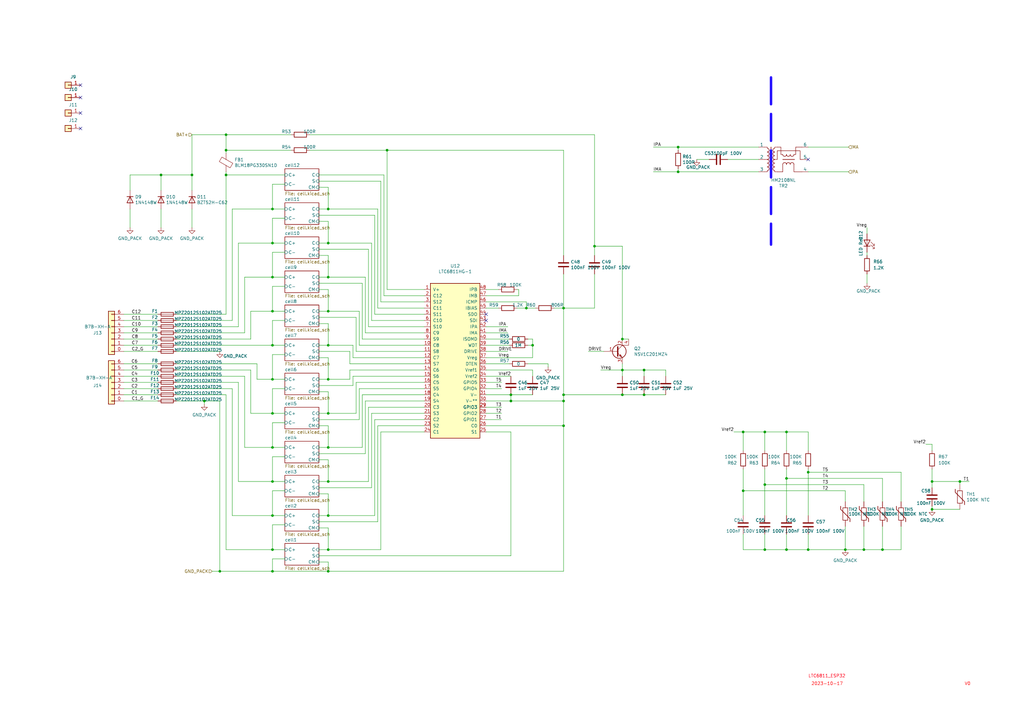
<source format=kicad_sch>
(kicad_sch (version 20230121) (generator eeschema)
  (paper "A3")
  (title_block (date "2023-10-19") (rev "V0.1") (company "teTra"))
  (lib_symbols
    (symbol "Connector_Generic:Conn_01x01" (pin_names (offset 1.016) hide)
      (property "Reference" "J" (at 0 2.54 0))
      (property "Value" "Conn_01x01" (at 0 -2.54 0))
      (symbol "Conn_01x01_1_1"
        (pin passive line (at -5.08 0 0) (length 3.81) (name "Pin_1") (number "1"))
      )
    )
    (symbol "Connector_Generic:Conn_01x07_BAT_6S" (pin_names (offset 1.016) hide)
      (property "Reference" "J" (at 0 10.16 0))
      (property "Value" "Conn_01x07_BAT_6S" (at 0 -10.16 0))
      (symbol "Conn_01x07_BAT_6S_1_1"
        (pin passive line (at -5.08 7.62 0) (length 3.81) (name "Pin_1") (number "0"))
        (pin passive line (at -5.08 5.08 0) (length 3.81) (name "Pin_2") (number "1"))
        (pin passive line (at -5.08 2.54 0) (length 3.81) (name "Pin_3") (number "2"))
        (pin passive line (at -5.08 0 0) (length 3.81) (name "Pin_4") (number "3"))
        (pin passive line (at -5.08 -2.54 0) (length 3.81) (name "Pin_5") (number "4"))
        (pin passive line (at -5.08 -5.08 0) (length 3.81) (name "Pin_6") (number "5"))
        (pin passive line (at -5.08 -7.62 0) (length 3.81) (name "Pin_7") (number "6"))
      )
    )
    (symbol "Device:Fuse" (pin_numbers hide) (pin_names (offset 0))
      (property "Reference" "F" (at 2.032 0 90))
      (property "Value" "Fuse" (at -1.905 0 90))
      (symbol "Fuse_1_1"
        (pin passive line (at 0 3.81 270) (length 1.27) (name "~") (number "1"))
        (pin passive line (at 0 -3.81 90) (length 1.27) (name "~") (number "2"))
      )
    )
    (symbol "Device:LED" (pin_numbers hide) (pin_names (offset 1.016) hide)
      (property "Reference" "D" (at -0.762 -2.54 0))
      (property "Value" "LED" (at -0.762 4.318 0))
      (symbol "LED_1_1"
        (pin passive line (at 3.81 0 180) (length 2.54) (name "K") (number "1"))
        (pin passive line (at -3.81 0 0) (length 2.54) (name "A") (number "2"))
      )
    )
    (symbol "Device:Q_NPN_BCEC" (pin_names (offset 0) hide)
      (property "Reference" "Q" (at 5.08 1.27 0))
      (property "Value" "Q_NPN_BCEC" (at 5.08 -1.27 0))
      (symbol "Q_NPN_BCEC_1_1"
        (pin input line (at -5.08 0 0) (length 5.715) (name "B") (number "1"))
        (pin passive line (at 2.54 5.08 270) (length 2.54) (name "C") (number "2"))
        (pin passive line (at 2.54 -5.08 90) (length 2.54) (name "E") (number "3"))
        (pin passive line (at 5.08 5.08 270) (length 2.54) (name "C") (number "4"))
      )
    )
    (symbol "Device:R" (pin_numbers hide) (pin_names (offset 0))
      (property "Reference" "R" (at 2.032 0 90))
      (property "Value" "R" (at 0 0 90))
      (symbol "R_1_1"
        (pin passive line (at 0 3.81 270) (length 1.27) (name "~") (number "1"))
        (pin passive line (at 0 -3.81 90) (length 1.27) (name "~") (number "2"))
      )
    )
    (symbol "Device:Thermistor" (pin_numbers hide) (pin_names (offset 0))
      (property "Reference" "TH" (at 2.54 1.27 90))
      (property "Value" "Thermistor" (at -2.54 0 90))
      (symbol "Thermistor_1_1"
        (pin passive line (at 0 5.08 270) (length 2.54) (name "~") (number "1"))
        (pin passive line (at 0 -5.08 90) (length 2.54) (name "~") (number "2"))
      )
    )
    (symbol "Diode:1N4148W" (pin_numbers hide) (pin_names hide)
      (property "Reference" "D" (at 0 2.54 0))
      (property "Value" "1N4148W" (at 0 -2.54 0))
      (symbol "1N4148W_1_1"
        (pin passive line (at -3.81 0 0) (length 2.54) (name "K") (number "1"))
        (pin passive line (at 3.81 0 180) (length 2.54) (name "A") (number "2"))
      )
    )
    (symbol "Diode:BZT52Bxx" (pin_numbers hide) (pin_names hide)
      (property "Reference" "D" (at 0 2.54 0))
      (property "Value" "BZT52Bxx" (at 0 -2.54 0))
      (symbol "BZT52Bxx_1_1"
        (pin passive line (at -3.81 0 0) (length 2.54) (name "K") (number "1"))
        (pin passive line (at 3.81 0 180) (length 2.54) (name "A") (number "2"))
      )
    )
    (symbol "ENNOID:HM2108NL" (pin_numbers hide) (pin_names (offset 0))
      (property "Reference" "TR" (at 0 -13.97 0))
      (property "Value" "HM2108NL" (at -5.08 6.35 0))
      (symbol "HM2108NL_1_1"
        (pin passive line (at 5.08 -6.35 180) (length 2.54) (name "1") (number "1"))
        (pin passive line (at 5.08 -1.27 180) (length 2.54) (name "2") (number "2"))
        (pin passive line (at 5.08 3.81 180) (length 2.54) (name "3") (number "3"))
        (pin passive line (at -15.24 3.81 0) (length 2.54) (name "4") (number "4"))
        (pin passive line (at -15.24 -1.27 0) (length 2.54) (name "5") (number "5"))
        (pin passive line (at -15.24 -6.35 0) (length 2.54) (name "6") (number "6"))
      )
    )
    (symbol "ENNOID:LTC6811-1" (pin_names (offset 1.016))
      (property "Reference" "U" (at -10.16 34.29 0))
      (property "Value" "LTC6811-1" (at 1.27 34.29 0))
      (symbol "LTC6811-1_1_1"
        (pin input line (at -12.7 30.48 0) (length 2.54) (name "V+") (number "1"))
        (pin input line (at -12.7 7.62 0) (length 2.54) (name "C8") (number "10"))
        (pin input line (at -12.7 5.08 0) (length 2.54) (name "S8") (number "11"))
        (pin input line (at -12.7 2.54 0) (length 2.54) (name "C7") (number "12"))
        (pin input line (at -12.7 0 0) (length 2.54) (name "S7") (number "13"))
        (pin input line (at -12.7 -2.54 0) (length 2.54) (name "C6") (number "14"))
        (pin input line (at -12.7 -5.08 0) (length 2.54) (name "S6") (number "15"))
        (pin input line (at -12.7 -7.62 0) (length 2.54) (name "C5") (number "16"))
        (pin input line (at -12.7 -10.16 0) (length 2.54) (name "S5") (number "17"))
        (pin input line (at -12.7 -12.7 0) (length 2.54) (name "C4") (number "18"))
        (pin input line (at -12.7 -15.24 0) (length 2.54) (name "S4") (number "19"))
        (pin input line (at -12.7 27.94 0) (length 2.54) (name "C12") (number "2"))
        (pin input line (at -12.7 -17.78 0) (length 2.54) (name "C3") (number "20"))
        (pin input line (at -12.7 -20.32 0) (length 2.54) (name "S3") (number "21"))
        (pin input line (at -12.7 -22.86 0) (length 2.54) (name "C2") (number "22"))
        (pin input line (at -12.7 -25.4 0) (length 2.54) (name "S2") (number "23"))
        (pin input line (at -12.7 -27.94 0) (length 2.54) (name "C1") (number "24"))
        (pin input line (at 12.7 -27.94 180) (length 2.54) (name "S1") (number "25"))
        (pin input line (at 12.7 -25.4 180) (length 2.54) (name "C0") (number "26"))
        (pin input line (at 12.7 -22.86 180) (length 2.54) (name "GPIO1") (number "27"))
        (pin no_connect line (at 0 35.56 270) (length 2.54) hide (name "NC") (number "27"))
        (pin input line (at 12.7 -20.32 180) (length 2.54) (name "GPIO2") (number "28"))
        (pin input line (at 12.7 -17.78 180) (length 2.54) (name "GPIO3") (number "29"))
        (pin input line (at 12.7 -17.78 180) (length 2.54) (name "GPIO3") (number "29"))
        (pin input line (at -12.7 25.4 0) (length 2.54) (name "S12") (number "3"))
        (pin input line (at 12.7 -15.24 180) (length 2.54) (name "V-**") (number "30"))
        (pin input line (at 12.7 -12.7 180) (length 2.54) (name "V-") (number "31"))
        (pin input line (at 12.7 -10.16 180) (length 2.54) (name "GPIO4") (number "32"))
        (pin input line (at 12.7 -7.62 180) (length 2.54) (name "GPIO5") (number "33"))
        (pin no_connect line (at -2.54 35.56 270) (length 2.54) hide (name "NC") (number "33"))
        (pin input line (at 12.7 -5.08 180) (length 2.54) (name "Vref2") (number "34"))
        (pin input line (at 12.7 -2.54 180) (length 2.54) (name "Vref1") (number "35"))
        (pin input line (at 12.7 0 180) (length 2.54) (name "DTEN") (number "36"))
        (pin input line (at 12.7 2.54 180) (length 2.54) (name "Vreg") (number "37"))
        (pin input line (at 12.7 5.08 180) (length 2.54) (name "DRIVE") (number "38"))
        (pin input line (at 12.7 7.62 180) (length 2.54) (name "WDT") (number "39"))
        (pin input line (at -12.7 22.86 0) (length 2.54) (name "C11") (number "4"))
        (pin input line (at 12.7 10.16 180) (length 2.54) (name "ISOMD") (number "40"))
        (pin input line (at 12.7 12.7 180) (length 2.54) (name "IMA") (number "41"))
        (pin input line (at 12.7 15.24 180) (length 2.54) (name "IPA") (number "42"))
        (pin open_collector line (at 12.7 17.78 180) (length 2.54) (name "SDI") (number "43"))
        (pin input line (at 12.7 20.32 180) (length 2.54) (name "SDO") (number "44"))
        (pin input line (at 12.7 22.86 180) (length 2.54) (name "IBIAS") (number "45"))
        (pin input line (at 12.7 25.4 180) (length 2.54) (name "ICMP") (number "46"))
        (pin input line (at 12.7 27.94 180) (length 2.54) (name "IMB") (number "47"))
        (pin input line (at 12.7 30.48 180) (length 2.54) (name "IPB") (number "48"))
        (pin input line (at -12.7 20.32 0) (length 2.54) (name "S11") (number "5"))
        (pin input line (at -12.7 17.78 0) (length 2.54) (name "C10") (number "6"))
        (pin input line (at -12.7 15.24 0) (length 2.54) (name "S10") (number "7"))
        (pin input line (at -12.7 12.7 0) (length 2.54) (name "C9") (number "8"))
        (pin input line (at -12.7 10.16 0) (length 2.54) (name "S9") (number "9"))
      )
    )
    (symbol "LTC6811-rescue:C-Device" (pin_numbers hide) (pin_names (offset 0.254))
      (property "Reference" "C" (at 0.635 2.54 0))
      (property "Value" "Device_C" (at 0.635 -2.54 0))
      (symbol "C-Device_1_1"
        (pin passive line (at 0 3.81 270) (length 2.794) (name "~") (number "1"))
        (pin passive line (at 0 -3.81 90) (length 2.794) (name "~") (number "2"))
      )
    )
    (symbol "LTC6811-rescue:Ferrite_Bead-Device" (pin_numbers hide) (pin_names (offset 0))
      (property "Reference" "FB" (at -3.81 0.635 90))
      (property "Value" "Device_Ferrite_Bead" (at 3.81 0 90))
      (symbol "Ferrite_Bead-Device_1_1"
        (pin passive line (at 0 3.81 270) (length 2.54) (name "~") (number "1"))
        (pin passive line (at 0 -3.81 90) (length 2.54) (name "~") (number "2"))
      )
    )
    (symbol "power:GND_PACK" (power) (pin_names (offset 0))
      (property "Value" "GND_PACK" (at 0 -3.81 0))
      (symbol "GND_PACK_1_1"
        (pin power_in line (at 0 0 270) (length 0) hide (name "GND_PACK") (number "1"))
      )
    )
  )
  (junction (at 278.13 70.485))
  (junction (at 255.27 139.065))
  (junction (at 134.62 234.315))
  (junction (at 134.62 99.695))
  (junction (at 209.55 164.465))
  (junction (at 134.62 141.605))
  (junction (at 393.7 197.485))
  (junction (at 111.76 197.485))
  (junction (at 134.62 197.485))
  (junction (at 111.76 141.605))
  (junction (at 331.47 225.425))
  (junction (at 111.76 211.455))
  (junction (at 255.27 161.925))
  (junction (at 313.69 225.425))
  (junction (at 111.76 169.545))
  (junction (at 111.76 234.315))
  (junction (at 92.71 55.245))
  (junction (at 264.16 161.925))
  (junction (at 134.62 127.635))
  (junction (at 92.71 61.595))
  (junction (at 361.95 225.425))
  (junction (at 322.58 225.425))
  (junction (at 382.27 208.915))
  (junction (at 278.13 60.325))
  (junction (at 134.62 211.455))
  (junction (at 83.82 164.465))
  (junction (at 134.62 155.575))
  (junction (at 231.14 161.925))
  (junction (at 215.9 126.365))
  (junction (at 264.16 151.765))
  (junction (at 313.69 177.165))
  (junction (at 313.69 198.755))
  (junction (at 111.76 127.635))
  (junction (at 92.71 71.755))
  (junction (at 78.74 71.755))
  (junction (at 331.47 193.675))
  (junction (at 111.76 113.665))
  (junction (at 111.76 225.425))
  (junction (at 304.8 177.165))
  (junction (at 111.76 99.695))
  (junction (at 134.62 183.515))
  (junction (at 111.76 183.515))
  (junction (at 209.55 161.925))
  (junction (at 243.84 100.965))
  (junction (at 231.14 126.365))
  (junction (at 354.33 225.425))
  (junction (at 134.62 113.665))
  (junction (at 134.62 85.725))
  (junction (at 134.62 169.545))
  (junction (at 90.17 234.315))
  (junction (at 231.14 164.465))
  (junction (at 255.27 151.765))
  (junction (at 134.62 225.425))
  (junction (at 304.8 201.295))
  (junction (at 66.04 71.755))
  (junction (at 231.14 174.625))
  (junction (at 382.27 197.485))
  (junction (at 158.75 61.595))
  (junction (at 218.44 141.605))
  (junction (at 322.58 177.165))
  (junction (at 111.76 155.575))
  (junction (at 346.71 225.425))
  (junction (at 111.76 85.725))
  (junction (at 322.58 196.215))
  (no_connect (at 33.02 34.925))
  (no_connect (at 331.47 65.405))
  (no_connect (at 33.02 40.005))
  (no_connect (at 199.39 131.445))
  (no_connect (at 33.02 52.705))
  (no_connect (at 199.39 128.905))
  (no_connect (at 33.02 46.355))
  (wire (pts (xy 143.51 149.225) (xy 173.99 149.225)))
  (wire (pts (xy 116.84 169.545) (xy 111.76 169.545)))
  (wire (pts (xy 134.62 188.595) (xy 134.62 197.485)))
  (wire (pts (xy 173.99 161.925) (xy 148.59 161.925)))
  (wire (pts (xy 78.74 85.725) (xy 78.74 93.345)))
  (wire (pts (xy 199.39 123.825) (xy 215.9 123.825)))
  (wire (pts (xy 100.33 154.305) (xy 72.39 154.305)))
  (wire (pts (xy 151.13 102.235) (xy 130.81 102.235)))
  (wire (pts (xy 199.39 161.925) (xy 209.55 161.925)))
  (wire (pts (xy 313.69 211.455) (xy 313.69 198.755)))
  (wire (pts (xy 53.34 71.755) (xy 66.04 71.755)))
  (wire (pts (xy 346.71 205.74) (xy 346.71 201.295)))
  (wire (pts (xy 130.81 116.205) (xy 148.59 116.205)))
  (wire (pts (xy 313.69 198.755) (xy 354.33 198.755)))
  (wire (pts (xy 148.59 161.925) (xy 148.59 183.515)))
  (wire (pts (xy 331.47 211.455) (xy 331.47 193.675)))
  (wire (pts (xy 218.44 151.765) (xy 199.39 151.765)))
  (wire (pts (xy 255.27 100.965) (xy 255.27 139.065)))
  (wire (pts (xy 66.04 71.755) (xy 78.74 71.755)))
  (wire (pts (xy 95.25 159.385) (xy 72.39 159.385)))
  (wire (pts (xy 278.13 60.325) (xy 311.15 60.325)))
  (wire (pts (xy 212.725 118.745) (xy 212.09 118.745)))
  (wire (pts (xy 97.79 197.485) (xy 97.79 156.845)))
  (wire (pts (xy 331.47 225.425) (xy 322.58 225.425)))
  (wire (pts (xy 224.79 149.225) (xy 224.79 150.495)))
  (wire (pts (xy 127 55.245) (xy 243.84 55.245)))
  (wire (pts (xy 355.6 116.205) (xy 355.6 112.395)))
  (wire (pts (xy 212.725 121.285) (xy 212.725 118.745)))
  (wire (pts (xy 116.84 141.605) (xy 111.76 141.605)))
  (wire (pts (xy 227.33 126.365) (xy 231.14 126.365)))
  (wire (pts (xy 143.51 155.575) (xy 134.62 155.575)))
  (wire (pts (xy 243.84 112.395) (xy 243.84 126.365)))
  (wire (pts (xy 173.99 128.905) (xy 153.67 128.905)))
  (wire (pts (xy 173.99 141.605) (xy 147.32 141.605)))
  (wire (pts (xy 50.8 164.465) (xy 64.77 164.465)))
  (wire (pts (xy 102.87 151.765) (xy 72.39 151.765)))
  (wire (pts (xy 331.47 219.075) (xy 331.47 225.425)))
  (wire (pts (xy 173.99 123.825) (xy 156.21 123.825)))
  (wire (pts (xy 144.78 154.305) (xy 144.78 158.115)))
  (wire (pts (xy 134.62 202.565) (xy 134.62 211.455)))
  (wire (pts (xy 116.84 155.575) (xy 111.76 155.575)))
  (wire (pts (xy 313.69 177.165) (xy 322.58 177.165)))
  (wire (pts (xy 149.86 113.665) (xy 134.62 113.665)))
  (wire (pts (xy 231.14 161.925) (xy 255.27 161.925)))
  (wire (pts (xy 173.99 133.985) (xy 151.13 133.985)))
  (wire (pts (xy 116.84 197.485) (xy 111.76 197.485)))
  (wire (pts (xy 152.4 169.545) (xy 173.99 169.545)))
  (wire (pts (xy 346.71 225.425) (xy 346.71 215.9)))
  (wire (pts (xy 130.81 144.145) (xy 143.51 144.145)))
  (wire (pts (xy 146.05 156.845) (xy 146.05 169.545)))
  (wire (pts (xy 143.51 151.765) (xy 143.51 155.575)))
  (wire (pts (xy 313.69 198.755) (xy 313.69 192.405)))
  (wire (pts (xy 300.99 177.165) (xy 304.8 177.165)))
  (wire (pts (xy 146.05 144.145) (xy 146.05 130.175)))
  (wire (pts (xy 243.84 126.365) (xy 231.14 126.365)))
  (wire (pts (xy 134.62 141.605) (xy 144.78 141.605)))
  (wire (pts (xy 116.84 229.235) (xy 111.76 229.235)))
  (wire (pts (xy 53.34 78.105) (xy 53.34 71.755)))
  (wire (pts (xy 53.34 85.725) (xy 53.34 93.345)))
  (wire (pts (xy 231.14 161.925) (xy 231.14 164.465)))
  (wire (pts (xy 361.95 225.425) (xy 354.33 225.425)))
  (wire (pts (xy 111.76 173.355) (xy 111.76 183.515)))
  (wire (pts (xy 156.21 225.425) (xy 156.21 177.165)))
  (wire (pts (xy 146.05 169.545) (xy 134.62 169.545)))
  (wire (pts (xy 134.62 90.805) (xy 134.62 99.695)))
  (wire (pts (xy 134.62 127.635) (xy 130.81 127.635)))
  (wire (pts (xy 205.74 159.385) (xy 199.39 159.385)))
  (wire (pts (xy 331.47 70.485) (xy 347.98 70.485)))
  (wire (pts (xy 158.75 118.745) (xy 173.99 118.745)))
  (wire (pts (xy 116.84 211.455) (xy 111.76 211.455)))
  (wire (pts (xy 156.21 177.165) (xy 173.99 177.165)))
  (wire (pts (xy 111.76 155.575) (xy 105.41 155.575)))
  (wire (pts (xy 154.94 174.625) (xy 173.99 174.625)))
  (wire (pts (xy 116.84 183.515) (xy 111.76 183.515)))
  (wire (pts (xy 331.47 193.675) (xy 331.47 192.405)))
  (wire (pts (xy 209.55 177.165) (xy 209.55 227.965)))
  (wire (pts (xy 199.39 141.605) (xy 208.915 141.605)))
  (wire (pts (xy 173.99 131.445) (xy 152.4 131.445)))
  (wire (pts (xy 130.81 216.535) (xy 134.62 216.535)))
  (wire (pts (xy 144.78 146.685) (xy 173.99 146.685)))
  (wire (pts (xy 264.16 151.765) (xy 264.16 154.305)))
  (wire (pts (xy 149.86 164.465) (xy 173.99 164.465)))
  (wire (pts (xy 111.76 169.545) (xy 102.87 169.545)))
  (wire (pts (xy 111.76 103.505) (xy 111.76 113.665)))
  (wire (pts (xy 111.76 85.725) (xy 95.25 85.725)))
  (wire (pts (xy 199.39 139.065) (xy 208.915 139.065)))
  (wire (pts (xy 215.9 126.365) (xy 219.71 126.365)))
  (wire (pts (xy 116.84 117.475) (xy 111.76 117.475)))
  (wire (pts (xy 199.39 146.685) (xy 218.44 146.685)))
  (wire (pts (xy 322.58 196.215) (xy 322.58 192.405)))
  (wire (pts (xy 130.81 211.455) (xy 134.62 211.455)))
  (wire (pts (xy 111.76 211.455) (xy 95.25 211.455)))
  (wire (pts (xy 331.47 60.325) (xy 347.98 60.325)))
  (wire (pts (xy 116.84 159.385) (xy 111.76 159.385)))
  (wire (pts (xy 147.32 159.385) (xy 173.99 159.385)))
  (wire (pts (xy 243.84 100.965) (xy 255.27 100.965)))
  (wire (pts (xy 111.76 117.475) (xy 111.76 127.635)))
  (wire (pts (xy 72.39 141.605) (xy 111.76 141.605)))
  (wire (pts (xy 361.95 205.74) (xy 361.95 196.215)))
  (wire (pts (xy 173.99 136.525) (xy 149.86 136.525)))
  (wire (pts (xy 273.05 151.765) (xy 273.05 154.305)))
  (wire (pts (xy 64.77 159.385) (xy 50.8 159.385)))
  (wire (pts (xy 92.71 61.595) (xy 92.71 62.865)))
  (wire (pts (xy 153.67 88.265) (xy 130.81 88.265)))
  (wire (pts (xy 111.76 127.635) (xy 102.87 127.635)))
  (wire (pts (xy 116.84 201.295) (xy 111.76 201.295)))
  (wire (pts (xy 199.39 133.985) (xy 208.28 133.985)))
  (wire (pts (xy 156.21 123.825) (xy 156.21 74.295)))
  (wire (pts (xy 111.76 229.235) (xy 111.76 234.315)))
  (wire (pts (xy 116.84 187.325) (xy 111.76 187.325)))
  (wire (pts (xy 199.39 118.745) (xy 204.47 118.745)))
  (wire (pts (xy 102.87 169.545) (xy 102.87 151.765)))
  (wire (pts (xy 66.04 85.725) (xy 66.04 93.345)))
  (wire (pts (xy 267.97 70.485) (xy 278.13 70.485)))
  (wire (pts (xy 393.7 197.485) (xy 382.27 197.485)))
  (wire (pts (xy 64.77 133.985) (xy 50.8 133.985)))
  (wire (pts (xy 64.77 151.765) (xy 50.8 151.765)))
  (wire (pts (xy 64.77 136.525) (xy 50.8 136.525)))
  (wire (pts (xy 78.74 55.245) (xy 92.71 55.245)))
  (wire (pts (xy 393.7 198.755) (xy 393.7 197.485)))
  (wire (pts (xy 152.4 99.695) (xy 134.62 99.695)))
  (wire (pts (xy 111.76 145.415) (xy 111.76 155.575)))
  (wire (pts (xy 64.77 139.065) (xy 50.8 139.065)))
  (wire (pts (xy 199.39 164.465) (xy 209.55 164.465)))
  (wire (pts (xy 134.62 183.515) (xy 148.59 183.515)))
  (wire (pts (xy 111.76 89.535) (xy 111.76 99.695)))
  (wire (pts (xy 355.6 103.505) (xy 355.6 104.775)))
  (wire (pts (xy 64.77 141.605) (xy 50.8 141.605)))
  (wire (pts (xy 267.97 60.325) (xy 278.13 60.325)))
  (wire (pts (xy 130.81 225.425) (xy 134.62 225.425)))
  (wire (pts (xy 346.71 225.425) (xy 331.47 225.425)))
  (wire (pts (xy 72.39 164.465) (xy 83.82 164.465)))
  (wire (pts (xy 397.51 197.485) (xy 393.7 197.485)))
  (wire (pts (xy 144.78 141.605) (xy 144.78 146.685)))
  (wire (pts (xy 243.84 55.245) (xy 243.84 100.965)))
  (wire (pts (xy 298.45 65.405) (xy 311.15 65.405)))
  (wire (pts (xy 285.75 65.405) (xy 290.83 65.405)))
  (wire (pts (xy 134.62 76.835) (xy 134.62 85.725)))
  (wire (pts (xy 304.8 201.295) (xy 304.8 192.405)))
  (wire (pts (xy 331.47 193.675) (xy 369.57 193.675)))
  (wire (pts (xy 64.77 161.925) (xy 50.8 161.925)))
  (wire (pts (xy 273.05 161.925) (xy 264.16 161.925)))
  (wire (pts (xy 304.8 184.785) (xy 304.8 177.165)))
  (wire (pts (xy 369.57 215.9) (xy 369.57 225.425)))
  (wire (pts (xy 255.27 154.305) (xy 255.27 151.765)))
  (wire (pts (xy 146.05 130.175) (xy 130.81 130.175)))
  (wire (pts (xy 379.73 182.245) (xy 382.27 182.245)))
  (wire (pts (xy 100.33 113.665) (xy 100.33 136.525)))
  (wire (pts (xy 111.76 113.665) (xy 100.33 113.665)))
  (wire (pts (xy 218.44 139.065) (xy 218.44 141.605)))
  (wire (pts (xy 322.58 225.425) (xy 313.69 225.425)))
  (wire (pts (xy 111.76 99.695) (xy 97.79 99.695)))
  (wire (pts (xy 127 61.595) (xy 158.75 61.595)))
  (wire (pts (xy 130.81 186.055) (xy 149.86 186.055)))
  (wire (pts (xy 354.33 205.74) (xy 354.33 198.755)))
  (wire (pts (xy 231.14 61.595) (xy 158.75 61.595)))
  (wire (pts (xy 304.8 201.295) (xy 346.71 201.295)))
  (wire (pts (xy 147.32 172.085) (xy 147.32 159.385)))
  (wire (pts (xy 331.47 177.165) (xy 331.47 184.785)))
  (wire (pts (xy 111.76 159.385) (xy 111.76 169.545)))
  (wire (pts (xy 153.67 172.085) (xy 153.67 211.455)))
  (wire (pts (xy 130.81 202.565) (xy 134.62 202.565)))
  (wire (pts (xy 382.27 207.645) (xy 382.27 208.915)))
  (wire (pts (xy 90.17 234.315) (xy 111.76 234.315)))
  (wire (pts (xy 382.27 182.245) (xy 382.27 184.785)))
  (wire (pts (xy 130.81 104.775) (xy 134.62 104.775)))
  (wire (pts (xy 215.9 123.825) (xy 215.9 126.365)))
  (wire (pts (xy 116.84 103.505) (xy 111.76 103.505)))
  (wire (pts (xy 199.39 172.085) (xy 205.74 172.085)))
  (wire (pts (xy 100.33 183.515) (xy 100.33 154.305)))
  (wire (pts (xy 64.77 131.445) (xy 50.8 131.445)))
  (wire (pts (xy 134.62 85.725) (xy 130.81 85.725)))
  (wire (pts (xy 92.71 71.755) (xy 92.71 128.905)))
  (wire (pts (xy 243.84 100.965) (xy 243.84 104.775)))
  (wire (pts (xy 393.7 208.915) (xy 382.27 208.915)))
  (wire (pts (xy 205.74 169.545) (xy 199.39 169.545)))
  (wire (pts (xy 147.32 172.085) (xy 130.81 172.085)))
  (wire (pts (xy 247.65 144.145) (xy 241.3 144.145)))
  (wire (pts (xy 134.62 146.685) (xy 134.62 155.575)))
  (wire (pts (xy 147.32 127.635) (xy 134.62 127.635)))
  (wire (pts (xy 83.82 165.735) (xy 83.82 164.465)))
  (wire (pts (xy 72.39 144.145) (xy 90.17 144.145)))
  (wire (pts (xy 64.77 154.305) (xy 50.8 154.305)))
  (wire (pts (xy 130.81 197.485) (xy 134.62 197.485)))
  (wire (pts (xy 209.55 161.925) (xy 218.44 161.925)))
  (wire (pts (xy 111.76 75.565) (xy 111.76 85.725)))
  (wire (pts (xy 111.76 85.725) (xy 116.84 85.725)))
  (wire (pts (xy 78.74 55.245) (xy 78.74 71.755)))
  (wire (pts (xy 154.94 85.725) (xy 134.62 85.725)))
  (wire (pts (xy 130.81 160.655) (xy 134.62 160.655)))
  (wire (pts (xy 143.51 144.145) (xy 143.51 149.225)))
  (wire (pts (xy 111.76 201.295) (xy 111.76 211.455)))
  (wire (pts (xy 322.58 219.075) (xy 322.58 225.425)))
  (wire (pts (xy 134.62 216.535) (xy 134.62 225.425)))
  (wire (pts (xy 278.13 70.485) (xy 311.15 70.485)))
  (wire (pts (xy 134.62 234.315) (xy 231.14 234.315)))
  (wire (pts (xy 173.99 154.305) (xy 144.78 154.305)))
  (wire (pts (xy 322.58 184.785) (xy 322.58 177.165)))
  (wire (pts (xy 92.71 55.245) (xy 119.38 55.245)))
  (wire (pts (xy 97.79 133.985) (xy 72.39 133.985)))
  (wire (pts (xy 154.94 213.995) (xy 130.81 213.995)))
  (wire (pts (xy 111.76 197.485) (xy 97.79 197.485)))
  (wire (pts (xy 151.13 167.005) (xy 151.13 197.485)))
  (wire (pts (xy 92.71 70.485) (xy 92.71 71.755)))
  (wire (pts (xy 216.535 149.225) (xy 224.79 149.225)))
  (wire (pts (xy 134.62 211.455) (xy 153.67 211.455)))
  (wire (pts (xy 116.84 71.755) (xy 92.71 71.755)))
  (wire (pts (xy 157.48 121.285) (xy 173.99 121.285)))
  (wire (pts (xy 97.79 99.695) (xy 97.79 133.985)))
  (wire (pts (xy 255.27 151.765) (xy 264.16 151.765)))
  (wire (pts (xy 130.81 200.025) (xy 152.4 200.025)))
  (wire (pts (xy 111.76 99.695) (xy 116.84 99.695)))
  (wire (pts (xy 199.39 121.285) (xy 212.725 121.285)))
  (wire (pts (xy 304.8 225.425) (xy 304.8 219.075)))
  (wire (pts (xy 173.99 151.765) (xy 143.51 151.765)))
  (wire (pts (xy 246.38 151.765) (xy 255.27 151.765)))
  (wire (pts (xy 152.4 200.025) (xy 152.4 169.545)))
  (wire (pts (xy 134.62 132.715) (xy 134.62 141.605)))
  (wire (pts (xy 205.74 167.005) (xy 199.39 167.005)))
  (wire (pts (xy 199.39 149.225) (xy 208.915 149.225)))
  (wire (pts (xy 231.14 174.625) (xy 199.39 174.625)))
  (wire (pts (xy 148.59 116.205) (xy 148.59 139.065)))
  (wire (pts (xy 116.84 173.355) (xy 111.76 173.355)))
  (wire (pts (xy 173.99 167.005) (xy 151.13 167.005)))
  (wire (pts (xy 369.57 205.74) (xy 369.57 193.675)))
  (wire (pts (xy 116.84 75.565) (xy 111.76 75.565)))
  (wire (pts (xy 116.84 89.535) (xy 111.76 89.535)))
  (wire (pts (xy 149.86 186.055) (xy 149.86 164.465)))
  (wire (pts (xy 147.32 141.605) (xy 147.32 127.635)))
  (wire (pts (xy 264.16 151.765) (xy 273.05 151.765)))
  (wire (pts (xy 313.69 225.425) (xy 304.8 225.425)))
  (wire (pts (xy 173.99 139.065) (xy 148.59 139.065)))
  (wire (pts (xy 209.55 164.465) (xy 231.14 164.465)))
  (wire (pts (xy 130.81 132.715) (xy 134.62 132.715)))
  (wire (pts (xy 64.77 128.905) (xy 50.8 128.905)))
  (wire (pts (xy 111.76 187.325) (xy 111.76 197.485)))
  (wire (pts (xy 231.14 174.625) (xy 231.14 234.315)))
  (wire (pts (xy 313.69 219.075) (xy 313.69 225.425)))
  (wire (pts (xy 102.87 127.635) (xy 102.87 139.065)))
  (wire (pts (xy 111.76 234.315) (xy 134.62 234.315)))
  (wire (pts (xy 151.13 133.985) (xy 151.13 102.235)))
  (wire (pts (xy 154.94 126.365) (xy 154.94 85.725)))
  (wire (pts (xy 134.62 99.695) (xy 130.81 99.695)))
  (wire (pts (xy 173.99 126.365) (xy 154.94 126.365)))
  (wire (pts (xy 218.44 154.305) (xy 218.44 151.765)))
  (wire (pts (xy 92.71 61.595) (xy 92.71 55.245)))
  (wire (pts (xy 382.27 192.405) (xy 382.27 197.485)))
  (wire (pts (xy 134.62 169.545) (xy 130.81 169.545)))
  (wire (pts (xy 153.67 128.905) (xy 153.67 88.265)))
  (wire (pts (xy 255.27 151.765) (xy 255.27 149.225)))
  (wire (pts (xy 64.77 156.845) (xy 50.8 156.845)))
  (wire (pts (xy 264.16 161.925) (xy 255.27 161.925)))
  (wire (pts (xy 134.62 197.485) (xy 151.13 197.485)))
  (wire (pts (xy 278.13 69.215) (xy 278.13 70.485)))
  (wire (pts (xy 313.69 184.785) (xy 313.69 177.165)))
  (wire (pts (xy 130.81 183.515) (xy 134.62 183.515)))
  (wire (pts (xy 134.62 113.665) (xy 130.81 113.665)))
  (wire (pts (xy 95.25 131.445) (xy 72.39 131.445)))
  (wire (pts (xy 134.62 230.505) (xy 134.62 234.315)))
  (wire (pts (xy 97.79 156.845) (xy 72.39 156.845)))
  (wire (pts (xy 173.99 172.085) (xy 153.67 172.085)))
  (wire (pts (xy 216.535 141.605) (xy 218.44 141.605)))
  (wire (pts (xy 86.995 234.315) (xy 90.17 234.315)))
  (wire (pts (xy 152.4 131.445) (xy 152.4 99.695)))
  (wire (pts (xy 369.57 225.425) (xy 361.95 225.425)))
  (wire (pts (xy 95.25 211.455) (xy 95.25 159.385)))
  (wire (pts (xy 231.14 61.595) (xy 231.14 104.775)))
  (wire (pts (xy 102.87 139.065) (xy 72.39 139.065)))
  (wire (pts (xy 354.33 215.9) (xy 354.33 225.425)))
  (wire (pts (xy 130.81 146.685) (xy 134.62 146.685)))
  (polyline (pts (xy 316.23 31.75) (xy 316.23 100.33)) (stroke (width 1) (type dash) (color 33 12 255 1)))
  (wire (pts (xy 111.76 183.515) (xy 100.33 183.515)))
  (wire (pts (xy 355.6 95.885) (xy 355.6 93.345)))
  (wire (pts (xy 199.39 154.305) (xy 209.55 154.305)))
  (wire (pts (xy 105.41 155.575) (xy 105.41 149.225)))
  (wire (pts (xy 130.81 227.965) (xy 209.55 227.965)))
  (wire (pts (xy 154.94 213.995) (xy 154.94 174.625)))
  (wire (pts (xy 216.535 139.065) (xy 218.44 139.065)))
  (wire (pts (xy 92.71 161.925) (xy 72.39 161.925)))
  (wire (pts (xy 215.9 126.365) (xy 212.09 126.365)))
  (wire (pts (xy 111.76 215.265) (xy 111.76 225.425)))
  (wire (pts (xy 209.55 161.925) (xy 209.55 164.465)))
  (wire (pts (xy 78.74 71.755) (xy 78.74 78.105)))
  (wire (pts (xy 116.84 225.425) (xy 111.76 225.425)))
  (wire (pts (xy 116.84 113.665) (xy 111.76 113.665)))
  (wire (pts (xy 64.77 149.225) (xy 50.8 149.225)))
  (wire (pts (xy 111.76 131.445) (xy 111.76 141.605)))
  (wire (pts (xy 134.62 155.575) (xy 130.81 155.575)))
  (wire (pts (xy 116.84 131.445) (xy 111.76 131.445)))
  (wire (pts (xy 66.04 78.105) (xy 66.04 71.755)))
  (wire (pts (xy 173.99 156.845) (xy 146.05 156.845)))
  (wire (pts (xy 199.39 156.845) (xy 205.74 156.845)))
  (wire (pts (xy 149.86 136.525) (xy 149.86 113.665)))
  (wire (pts (xy 231.14 164.465) (xy 231.14 174.625)))
  (wire (pts (xy 304.8 177.165) (xy 313.69 177.165)))
  (wire (pts (xy 157.48 71.755) (xy 157.48 121.285)))
  (wire (pts (xy 116.84 215.265) (xy 111.76 215.265)))
  (wire (pts (xy 218.44 141.605) (xy 218.44 146.685)))
  (wire (pts (xy 130.81 188.595) (xy 134.62 188.595)))
  (wire (pts (xy 130.81 141.605) (xy 134.62 141.605)))
  (wire (pts (xy 199.39 126.365) (xy 204.47 126.365)))
  (wire (pts (xy 130.81 118.745) (xy 134.62 118.745)))
  (wire (pts (xy 199.39 136.525) (xy 208.28 136.525)))
  (wire (pts (xy 255.27 139.065) (xy 257.81 139.065)))
  (wire (pts (xy 116.84 145.415) (xy 111.76 145.415)))
  (wire (pts (xy 231.14 126.365) (xy 231.14 161.925)))
  (wire (pts (xy 90.17 164.465) (xy 90.17 234.315)))
  (wire (pts (xy 130.81 76.835) (xy 134.62 76.835)))
  (wire (pts (xy 278.13 61.595) (xy 278.13 60.325)))
  (wire (pts (xy 130.81 90.805) (xy 134.62 90.805)))
  (wire (pts (xy 116.84 127.635) (xy 111.76 127.635)))
  (wire (pts (xy 83.82 164.465) (xy 90.17 164.465)))
  (wire (pts (xy 100.33 136.525) (xy 72.39 136.525)))
  (wire (pts (xy 119.38 61.595) (xy 92.71 61.595)))
  (wire (pts (xy 173.99 144.145) (xy 146.05 144.145)))
  (wire (pts (xy 92.71 128.905) (xy 72.39 128.905)))
  (wire (pts (xy 322.58 196.215) (xy 361.95 196.215)))
  (wire (pts (xy 92.71 225.425) (xy 92.71 161.925)))
  (wire (pts (xy 130.81 174.625) (xy 134.62 174.625)))
  (wire (pts (xy 304.8 201.295) (xy 304.8 211.455)))
  (wire (pts (xy 199.39 177.165) (xy 209.55 177.165)))
  (wire (pts (xy 382.27 197.485) (xy 382.27 200.025)))
  (wire (pts (xy 361.95 215.9) (xy 361.95 225.425)))
  (wire (pts (xy 199.39 144.145) (xy 208.28 144.145)))
  (wire (pts (xy 130.81 158.115) (xy 144.78 158.115)))
  (wire (pts (xy 134.62 160.655) (xy 134.62 169.545)))
  (wire (pts (xy 134.62 174.625) (xy 134.62 183.515)))
  (wire (pts (xy 354.33 225.425) (xy 346.71 225.425)))
  (wire (pts (xy 130.81 71.755) (xy 157.48 71.755)))
  (wire (pts (xy 158.75 61.595) (xy 158.75 118.745)))
  (wire (pts (xy 134.62 225.425) (xy 156.21 225.425)))
  (wire (pts (xy 50.8 144.145) (xy 64.77 144.145)))
  (wire (pts (xy 322.58 196.215) (xy 322.58 211.455)))
  (wire (pts (xy 95.25 85.725) (xy 95.25 131.445)))
  (wire (pts (xy 134.62 104.775) (xy 134.62 113.665)))
  (wire (pts (xy 130.81 230.505) (xy 134.62 230.505)))
  (wire (pts (xy 105.41 149.225) (xy 72.39 149.225)))
  (wire (pts (xy 134.62 118.745) (xy 134.62 127.635)))
  (wire (pts (xy 111.76 225.425) (xy 92.71 225.425)))
  (wire (pts (xy 231.14 112.395) (xy 231.14 126.365)))
  (wire (pts (xy 156.21 74.295) (xy 130.81 74.295)))
  (wire (pts (xy 322.58 177.165) (xy 331.47 177.165)))
  (text "2023-10-17" (at 332.74 281.305 0) (effects (font (size 1.27 1.27)) (justify left bottom)))
  (text "LTC6811_ESP32" (at 331.47 278.13 0) (effects (font (size 1.27 1.27)) (justify left bottom)))
  (text "V0" (at 395.605 281.305 0) (effects (font (size 1.27 1.27)) (justify left bottom)))
  (label "T5" (at 339.725 193.675 180))
  (label "T4" (at 339.725 196.215 180))
  (label "IPA" (at 204.47 133.985 0))
  (label "Vreg" (at 355.6 93.345 180))
  (label "C3" (at 56.515 156.845 180))
  (label "IPA" (at 267.97 60.325 0))
  (label "C2" (at 56.515 159.385 180))
  (label "T3" (at 205.74 167.005 180))
  (label "IMA" (at 267.97 70.485 0))
  (label "C5" (at 56.515 151.765 180))
  (label "C6" (at 56.515 149.225 180))
  (label "T3" (at 339.725 198.755 180))
  (label "Vref2" (at 379.73 182.245 180))
  (label "Vreg" (at 204.47 146.685 0))
  (label "C10" (at 53.975 133.985 0))
  (label "Vreg" (at 246.38 151.765 0))
  (label "DRIVE" (at 241.3 144.145 0))
  (label "C1_G" (at 53.975 164.465 0))
  (label "T2" (at 339.725 201.295 180))
  (label "IMA" (at 204.47 136.525 0))
  (label "T5" (at 205.74 156.845 180))
  (label "C9" (at 53.975 136.525 0))
  (label "Vref2" (at 300.99 177.165 180))
  (label "C4" (at 56.515 154.305 180))
  (label "C2_G" (at 53.975 144.145 0))
  (label "C11" (at 53.975 131.445 0))
  (label "Vref2" (at 209.55 154.305 180))
  (label "DRIVE" (at 204.47 144.145 0))
  (label "T4" (at 205.74 159.385 180))
  (label "C7" (at 53.975 141.605 0))
  (label "T2" (at 205.74 169.545 180))
  (label "C8" (at 53.975 139.065 0))
  (label "C12" (at 53.975 128.905 0))
  (label "C1" (at 56.515 161.925 180))
  (label "T1" (at 397.51 197.485 180))
  (label "T1" (at 205.74 172.085 180))
  (hierarchical_label "BAT+" (shape input) (at 78.74 55.245 180))
  (hierarchical_label "GND_PACK" (shape input) (at 86.995 234.315 180))
  (hierarchical_label "PA" (shape input) (at 347.98 70.485 0))
  (hierarchical_label "MA" (shape input) (at 347.98 60.325 0))
  (symbol (lib_id "Connector_Generic:Conn_01x01") (at 27.94 46.355 180) (unit 1)
    (property "Reference" "J11" (at 30.0228 42.9768 0))
    (property "Value" "Hole /NC" (effects hide))
    (property "Footprint" "MountingHole:MountingHole_3.2mm_M3_ISO7380_Pad" (effects hide))
    (property "MPN" "N/A" (effects hide))
    (instances (project "LTC6811_ESP32" (path "" (reference "J11") (unit 1))) (project "LTC6811" (path "" (reference "J6") (unit 1))))
  )
  (symbol (lib_id "Diode:BZT52Bxx") (at 78.74 81.915 270) (unit 1)
    (property "Reference" "D11" (at 80.7466 80.7466 90) (effects (justify left)))
    (property "Value" "BZT52H-C62" (at 80.7466 83.058 90) (effects (justify left)))
    (property "Footprint" "Diode_SMD:D_SOD-123F" (effects hide))
    (property "Datasheet" "https://assets.nexperia.com/documents/data-sheet/BZT52H_SER.pdf" (effects hide))
    (property "MPN" "BZT52H-C62,115" (effects hide))
    (property "Description" "Zener Diode 62 V 375 mW ±5% Surface Mount SOD-123F" (effects hide))
    (property "Link" "https://www.digikey.jp/en/products/detail/nexperia-usa-inc/BZT52H-C62-115/1162867" (effects hide))
    (instances (project "LTC6811_ESP32" (path "" (reference "D11") (unit 1))) (project "LTC6811" (path "" (reference "D15") (unit 1))))
  )
  (symbol (lib_id "Device:Fuse") (at 68.58 139.065 90) (mirror x) (unit 1)
    (property "Reference" "F5" (at 63.5 137.795 90))
    (property "Value" "MPZ2012S102ATD25" (at 81.28 138.43 90))
    (property "Footprint" "Fuse:Fuse_0805_2012Metric" (effects hide))
    (property "Datasheet" "https://product.tdk.com/en/system/files?file=dam/doc/product/emc/emc/beads/catalog/beads_automotive_power_mpz2012_en.pdf" (effects hide))
    (property "MPN" "MPZ2012S102ATD25" (effects hide))
    (property "Description" "1 kOhms @ 100 MHz 1 Power Line Ferrite Bead 0805 (2012 Metric) 1.5A 150mOhm" (effects hide))
    (property "Link" "https://www.digikey.jp/en/products/detail/tdk-corporation/MPZ2012S102ATD25/5040327?s=N4IgTCBcDaILIAUBaYAMBGMBldqwEEAVAETAFYQBdAXyA" (effects hide))
  )
  (symbol (lib_id "LTC6811-rescue:C-Device") (at 304.8 215.265 0) (unit 1)
    (property "Reference" "C54" (at 300.99 213.36 0) (effects (justify left)))
    (property "Value" "100nF 100V" (at 297.815 217.805 0) (effects (justify left)))
    (property "Footprint" "Capacitor_SMD:C_0603_1608Metric" (effects hide))
    (property "Datasheet" "https://www.digikey.jp/en/products/detail/samsung-electro-mechanics/CL10B104KC8NNNC/5961291?s=N4IgTCBcDaIMIBkCMAGAQqgLAaTgDgDki4AdEkAXQF8g" (effects hide))
    (property "MPN" "CL10B104KC8NNNC" (effects hide))
    (property "Description" "0.1 µF ±10% 100V Ceramic Capacitor X7R 0603 (1608 Metric)" (effects hide))
    (property "Link" "https://www.digikey.jp/en/products/detail/samsung-electro-mechanics/CL10B104KC8NNNC/5961291?s=N4IgTCBcDaIMIBkCMAGAQqgLAaTgDgDki4QBdAXyA" (effects hide))
    (instances (project "LTC6811_ESP32" (path "" (reference "C54") (unit 1))) (project "LTC6811" (path "" (reference "C8") (unit 1))))
  )
  (symbol (lib_id "power:GND_PACK") (at 224.79 150.495 0) (unit 1)
    (property "Reference" "#PWR081" (effects hide))
    (property "Value" "GND_PACK" (at 224.79 154.94 0))
  )
  (symbol (lib_id "Device:R") (at 212.725 149.225 90) (unit 1)
    (property "Reference" "R57" (at 208.915 147.955 90) (effects (justify left)))
    (property "Value" "0" (at 213.36 149.225 90) (effects (justify left)))
    (property "Footprint" "Resistor_SMD:R_0603_1608Metric" (effects hide))
    (property "Datasheet" "https://www.yageo.com/upload/media/product/productsearch/datasheet/rchip/PYu-RC_Group_51_RoHS_L_12.pdf" (effects hide))
    (property "MPN" "RC0603JR-070RL" (effects hide))
    (property "Description" "0 Ohms Jumper Chip Resistor 0603 (1608 Metric) Moisture Resistant Thick Film" (effects hide))
    (property "Link" "https://www.digikey.jp/en/products/detail/yageo/RC0603JR-070RL/726675?s=N4IgTCBcDaIEoGEAMA2JBmAUnAtEg7EnADIgC6AvkA" (effects hide))
    (instances (project "LTC6811_ESP32" (path "" (reference "R57") (unit 1))) (project "LTC6811" (path "" (reference "R9") (unit 1))))
  )
  (symbol (lib_id "LTC6811-rescue:Ferrite_Bead-Device") (at 92.71 66.675 0) (unit 1)
    (property "Reference" "FB1" (at 96.1898 65.5066 0) (effects (justify left)))
    (property "Value" "BLM18PG330SN1D" (at 96.1898 67.818 0) (effects (justify left)))
    (property "Footprint" "Resistor_SMD:R_0603_1608Metric" (effects hide))
    (property "Datasheet" "https://www.murata.com/en-us/products/productdata/8796738650142/ENFA0003.pdf" (effects hide))
    (property "MPN" "BLM18PG330SN1D" (effects hide))
    (property "Description" "33 Ohms @ 100 MHz 1 Power Line Ferrite Bead 0603 (1608 Metric) 3A 25mOhm" (effects hide))
    (property "Link" "https://www.digikey.jp/en/products/detail/murata-electronics/BLM18PG330SN1D/1948325?s=N4IgTCBcDaIEIBkCyBGAHABQOIGYcAYBlAORQBEQBdAXyA" (effects hide))
  )
  (symbol (lib_id "Device:Thermistor") (at 354.33 210.82 0) (unit 1)
    (property "Reference" "TH3" (at 355.6 208.915 0) (effects (justify left)))
    (property "Value" "100K NTC" (at 355.6 210.82 0) (effects (justify left)))
    (property "Footprint" "Resistor_THT:R_Axial_DIN0204_L3.6mm_D1.6mm_P1.90mm_Vertical" (effects hide))
    (property "Datasheet" "https://www.cantherm.com/wp-content/uploads/2017/05/cantherm_mf52_1.pdf" (effects hide))
    (property "MPN" "MF52C1104F4150" (effects hide))
    (property "Link" "https://www.digikey.jp/en/products/detail/cantherm/MF52C1104F4150/1840605" (effects hide))
    (property "Description" "THERM NTC 100KOHM 4150K BEAD" (effects hide))
    (instances (project "LTC6811_ESP32" (path "" (reference "TH3") (unit 1))) (project "LTC6811" (path "" (reference "TH1") (unit 1))))
  )
  (symbol (lib_id "Device:R") (at 382.27 188.595 0) (unit 1)
    (property "Reference" "R67" (at 384.81 187.325 0) (effects (justify left)))
    (property "Value" "100K" (at 384.81 189.865 0) (effects (justify left)))
    (property "Footprint" "Resistor_SMD:R_0603_1608Metric" (effects hide))
    (property "Datasheet" "https://www.yageo.com/upload/media/product/app/datasheet/rchip/pyu-rc_group_51_rohs_l.pdf" (effects hide))
    (property "MPN" "RC0603JR-07100KL" (effects hide))
    (property "Description" "100 kOhms ±5% 0.1W, 1/10W Chip Resistor 0603 (1608 Metric) Moisture Resistant Thick Film" (effects hide))
    (property "Link" "https://www.digikey.jp/en/products/detail/yageo/RC0603JR-07100KL/726698?s=N4IgTCBcDaIEoGEAMA2JBmAUnAtEg7AIxJIDSAMiALoC%2BQA" (effects hide))
    (instances (project "LTC6811_ESP32" (path "" (reference "R67") (unit 1))) (project "LTC6811" (path "" (reference "R11") (unit 1))))
  )
  (symbol (lib_id "Device:Fuse") (at 68.58 131.445 90) (mirror x) (unit 1)
    (property "Reference" "F2" (at 63.5 130.175 90))
    (property "Value" "MPZ2012S102ATD25" (at 81.28 130.81 90))
    (property "Footprint" "Fuse:Fuse_0805_2012Metric" (effects hide))
    (property "Datasheet" "https://product.tdk.com/en/system/files?file=dam/doc/product/emc/emc/beads/catalog/beads_automotive_power_mpz2012_en.pdf" (effects hide))
    (property "MPN" "MPZ2012S102ATD25" (effects hide))
    (property "Description" "1 kOhms @ 100 MHz 1 Power Line Ferrite Bead 0805 (2012 Metric) 1.5A 150mOhm" (effects hide))
    (property "Link" "https://www.digikey.jp/en/products/detail/tdk-corporation/MPZ2012S102ATD25/5040327?s=N4IgTCBcDaILIAUBaYAMBGMBldqwEEAVAETAFYQBdAXyA" (effects hide))
  )
  (symbol (lib_id "power:GND_PACK") (at 53.34 93.345 0) (unit 1)
    (property "Reference" "#PWR076" (effects hide))
    (property "Value" "GND_PACK" (at 53.34 97.79 0))
  )
  (symbol (lib_id "Device:R") (at 123.19 55.245 90) (unit 1)
    (property "Reference" "R53" (at 119.38 53.975 90) (effects (justify left)))
    (property "Value" "100R" (at 129.54 53.975 90) (effects (justify left)))
    (property "Footprint" "Resistor_SMD:R_0603_1608Metric" (effects hide))
    (property "Datasheet" "https://www.yageo.com/upload/media/product/app/datasheet/rchip/pyu-rc_group_51_rohs_l.pdf" (effects hide))
    (property "MPN" "RC0603FR-07100RL" (effects hide))
    (property "Description" "100 Ohms ±1% 0.1W, 1/10W Chip Resistor 0603 (1608 Metric) Moisture Resistant Thick Film" (effects hide))
    (property "Link" "https://www.digikey.jp/en/products/detail/yageo/RC0603FR-07100RL/726888?s=N4IgTCBcDaIEoGEAMA2JBmAYnAtEg7AIxJJwAyIAugL5A" (effects hide))
    (instances (project "LTC6811_ESP32" (path "" (reference "R53") (unit 1))) (project "LTC6811" (path "" (reference "R1") (unit 1))))
  )
  (symbol (lib_id "Device:Fuse") (at 68.58 154.305 90) (mirror x) (unit 1)
    (property "Reference" "F10" (at 63.5 153.035 90))
    (property "Value" "MPZ2012S102ATD25" (at 81.28 153.67 90))
    (property "Footprint" "Fuse:Fuse_0805_2012Metric" (effects hide))
    (property "Datasheet" "https://product.tdk.com/en/system/files?file=dam/doc/product/emc/emc/beads/catalog/beads_automotive_power_mpz2012_en.pdf" (effects hide))
    (property "MPN" "MPZ2012S102ATD25" (effects hide))
    (property "Description" "1 kOhms @ 100 MHz 1 Power Line Ferrite Bead 0805 (2012 Metric) 1.5A 150mOhm" (effects hide))
    (property "Link" "https://www.digikey.jp/en/products/detail/tdk-corporation/MPZ2012S102ATD25/5040327?s=N4IgTCBcDaILIAUBaYAMBGMBldqwEEAVAETAFYQBdAXyA" (effects hide))
    (instances (project "LTC6811_ESP32" (path "" (reference "F10") (unit 1))) (project "LTC6811" (path "" (reference "F9") (unit 1))))
  )
  (symbol (lib_id "Connector_Generic:Conn_01x07_BAT_6S") (at 45.72 156.845 180) (unit 1)
    (property "Reference" "J14" (at 40.005 158.115 0))
    (property "Value" "B7B-XH-A" (at 40.64 154.94 0))
    (property "Footprint" "Connector_JST:JST_XH_B7B-XH-A_1x07_P2.50mm_Vertical_BAT_6S" (effects hide))
    (property "Datasheet" "https://www.jst-mfg.com/product/pdf/eng/eXH.pdf" (effects hide))
    (property "Description" "Connector Header Through Hole 7 position 0.098\" (2.50mm)" (effects hide))
    (property "Link" "https://www.digikey.jp/en/products/detail/jst-sales-america-inc/B7B-XH-A/1651050" (effects hide))
    (property "MPN" "B7B-XH-A" (effects hide))
  )
  (symbol (lib_id "power:GND_PACK") (at 78.74 93.345 0) (unit 1)
    (property "Reference" "#PWR078" (effects hide))
    (property "Value" "GND_PACK" (at 78.74 97.79 0))
  )
  (symbol (lib_id "Device:Fuse") (at 68.58 128.905 90) (mirror x) (unit 1)
    (property "Reference" "F1" (at 63.5 127.635 90))
    (property "Value" "MPZ2012S102ATD25" (at 81.28 128.27 90))
    (property "Footprint" "Fuse:Fuse_0805_2012Metric" (effects hide))
    (property "Datasheet" "https://product.tdk.com/en/system/files?file=dam/doc/product/emc/emc/beads/catalog/beads_automotive_power_mpz2012_en.pdf" (effects hide))
    (property "MPN" "MPZ2012S102ATD25" (effects hide))
    (property "Description" "1 kOhms @ 100 MHz 1 Power Line Ferrite Bead 0805 (2012 Metric) 1.5A 150mOhm" (effects hide))
    (property "Link" "https://www.digikey.jp/en/products/detail/tdk-corporation/MPZ2012S102ATD25/5040327?s=N4IgTCBcDaILIAUBaYAMBGMBldqwEEAVAETAFYQBdAXyA" (effects hide))
  )
  (symbol (lib_id "Device:R") (at 212.725 139.065 90) (unit 1)
    (property "Reference" "R55" (at 208.915 137.795 90) (effects (justify left)))
    (property "Value" "0" (at 213.36 139.065 90) (effects (justify left)))
    (property "Footprint" "Resistor_SMD:R_0603_1608Metric" (effects hide))
    (property "Datasheet" "https://www.yageo.com/upload/media/product/productsearch/datasheet/rchip/PYu-RC_Group_51_RoHS_L_12.pdf" (effects hide))
    (property "MPN" "RC0603JR-070RL" (effects hide))
    (property "Description" "0 Ohms Jumper Chip Resistor 0603 (1608 Metric) Moisture Resistant Thick Film" (effects hide))
    (property "Link" "https://www.digikey.jp/en/products/detail/yageo/RC0603JR-070RL/726675?s=N4IgTCBcDaIEoGEAMA2JBmAUnAtEg7EnADIgC6AvkA" (effects hide))
    (instances (project "LTC6811_ESP32" (path "" (reference "R55") (unit 1))) (project "LTC6811" (path "" (reference "R8") (unit 1))))
  )
  (symbol (lib_id "power:GND_PACK") (at 382.27 208.915 0) (unit 1)
    (property "Reference" "#PWR085" (effects hide))
    (property "Value" "GND_PACK" (at 382.27 213.36 0))
  )
  (symbol (lib_id "Device:R") (at 304.8 188.595 180) (unit 1)
    (property "Reference" "R62" (at 302.26 189.865 0) (effects (justify left)))
    (property "Value" "100K" (at 302.26 187.325 0) (effects (justify left)))
    (property "Footprint" "Resistor_SMD:R_0603_1608Metric" (effects hide))
    (property "Datasheet" "https://www.yageo.com/upload/media/product/app/datasheet/rchip/pyu-rc_group_51_rohs_l.pdf" (effects hide))
    (property "MPN" "RC0603JR-07100KL" (effects hide))
    (property "Description" "100 kOhms ±5% 0.1W, 1/10W Chip Resistor 0603 (1608 Metric) Moisture Resistant Thick Film" (effects hide))
    (property "Link" "https://www.digikey.jp/en/products/detail/yageo/RC0603JR-07100KL/726698?s=N4IgTCBcDaIEoGEAMA2JBmAUnAtEg7AIxJIDSAMiALoC%2BQA" (effects hide))
    (instances (project "LTC6811_ESP32" (path "" (reference "R62") (unit 1))) (project "LTC6811" (path "" (reference "R60") (unit 1))))
  )
  (symbol (lib_id "Device:Fuse") (at 68.58 161.925 90) (mirror x) (unit 1)
    (property "Reference" "F13" (at 63.5 160.655 90))
    (property "Value" "MPZ2012S102ATD25" (at 81.28 161.29 90))
    (property "Footprint" "Fuse:Fuse_0805_2012Metric" (effects hide))
    (property "Datasheet" "https://product.tdk.com/en/system/files?file=dam/doc/product/emc/emc/beads/catalog/beads_automotive_power_mpz2012_en.pdf" (effects hide))
    (property "MPN" "MPZ2012S102ATD25" (effects hide))
    (property "Description" "1 kOhms @ 100 MHz 1 Power Line Ferrite Bead 0805 (2012 Metric) 1.5A 150mOhm" (effects hide))
    (property "Link" "https://www.digikey.jp/en/products/detail/tdk-corporation/MPZ2012S102ATD25/5040327?s=N4IgTCBcDaILIAUBaYAMBGMBldqwEEAVAETAFYQBdAXyA" (effects hide))
    (instances (project "LTC6811_ESP32" (path "" (reference "F13") (unit 1))) (project "LTC6811" (path "" (reference "F12") (unit 1))))
  )
  (symbol (lib_id "LTC6811-rescue:C-Device") (at 231.14 108.585 0) (unit 1)
    (property "Reference" "C48" (at 234.061 107.4166 0) (effects (justify left)))
    (property "Value" "100nF 100V" (at 234.061 109.728 0) (effects (justify left)))
    (property "Footprint" "Capacitor_SMD:C_0603_1608Metric" (effects hide))
    (property "Datasheet" "https://www.digikey.jp/en/products/detail/samsung-electro-mechanics/CL10B104KC8NNNC/5961291?s=N4IgTCBcDaIMIBkCMAGAQqgLAaTgDgDki4AdEkAXQF8g" (effects hide))
    (property "MPN" "CL10B104KC8NNNC" (effects hide))
    (property "Description" "0.1 µF ±10% 100V Ceramic Capacitor X7R 0603 (1608 Metric)" (effects hide))
    (property "Link" "https://www.digikey.jp/en/products/detail/samsung-electro-mechanics/CL10B104KC8NNNC/5961291?s=N4IgTCBcDaIMIBkCMAGAQqgLAaTgDgDki4QBdAXyA" (effects hide))
    (instances (project "LTC6811_ESP32" (path "" (reference "C48") (unit 1))) (project "LTC6811" (path "" (reference "C3") (unit 1))))
  )
  (symbol (lib_id "Diode:1N4148W") (at 53.34 81.915 270) (unit 1)
    (property "Reference" "D9" (at 55.372 80.7466 90) (effects (justify left)))
    (property "Value" "1N4148W" (at 55.372 83.058 90) (effects (justify left)))
    (property "Footprint" "Diode_SMD:D_SOD-123" (effects hide))
    (property "Datasheet" "https://www.diodes.com/assets/Datasheets/BAV16W_1N4148W.pdf" (effects hide))
    (property "MPN" "1N4148W-7-F" (effects hide))
    (property "Description" "Diode 100 V 300mA Surface Mount SOD-123" (effects hide))
    (property "Link" "https://www.digikey.jp/en/products/detail/diodes-incorporated/1N4148W-7-F/814371" (effects hide))
    (instances (project "LTC6811_ESP32" (path "" (reference "D9") (unit 1))) (project "LTC6811" (path "" (reference "D13") (unit 1))))
  )
  (symbol (lib_id "ENNOID:HM2108NL") (at 316.23 66.675 180) (unit 1)
    (property "Reference" "TR2" (at 321.31 76.2 0))
    (property "Value" "HM2108NL" (at 321.31 73.8886 0))
    (property "Footprint" "ENNOID:HM2108NL" (effects hide))
    (property "Datasheet" "https://productfinder.pulseelectronics.com/api/open/part-attachments/datasheet/HM2108NL" (effects hide))
    (property "MPN" "HM2108NL" (effects hide))
    (property "Description" "135µH Pulse Transformer Surface Mount" (effects hide))
    (property "Link" "https://www.digikey.jp/en/products/detail/pulse-electronics/HM2108NL/7914611" (effects hide))
    (instances (project "LTC6811_ESP32" (path "" (reference "TR2") (unit 1)) (path "" (reference "TR3") (unit 1))))
  )
  (symbol (lib_id "Device:R") (at 355.6 108.585 0) (unit 1)
    (property "Reference" "R66" (at 358.14 107.315 0) (effects (justify left)))
    (property "Value" "1.2K" (at 358.14 109.855 0) (effects (justify left)))
    (property "Footprint" "Resistor_SMD:R_0603_1608Metric" (effects hide))
    (property "Datasheet" "https://www.yageo.com/upload/media/product/productsearch/datasheet/rchip/PYu-RC_Group_51_RoHS_L_12.pdf" (effects hide))
    (property "MPN" "RC0603JR-071K2L" (effects hide))
    (property "Description" "1.2 kOhms ±5% 0.1W, 1/10W Chip Resistor 0603 (1608 Metric) Moisture Resistant Thick Film" (effects hide))
    (property "Link" "https://www.digikey.jp/en/products/detail/yageo/RC0603JR-071K2L/726683?s=N4IgTCBcDaIEoGEAMA2JBmAUnAtEg7AIwDSYAMiALoC%2BQA" (effects hide))
    (instances (project "LTC6811_ESP32" (path "" (reference "R66") (unit 1))) (project "LTC6811" (path "" (reference "R10") (unit 1))))
  )
  (symbol (lib_id "power:GND_PACK") (at 285.75 65.405 0) (unit 1)
    (property "Reference" "#PWR082" (effects hide))
    (property "Value" "GND_PACK" (at 286.385 68.58 0))
  )
  (symbol (lib_id "LTC6811-rescue:C-Device") (at 218.44 158.115 0) (unit 1)
    (property "Reference" "C47" (at 221.361 156.9466 0) (effects (justify left)))
    (property "Value" "1uF 25V" (at 221.361 159.258 0) (effects (justify left)))
    (property "Footprint" "Capacitor_SMD:C_0603_1608Metric" (effects hide))
    (property "Datasheet" "https://mm.digikey.com/Volume0/opasdata/d220001/medias/docus/4562/0603B105K250XD.pdf" (effects hide))
    (property "MPN" "0603B105K250XD" (effects hide))
    (property "Description" "1 µF ±10% 25V Ceramic Capacitor X7R 0603 (1608 Metric)" (effects hide))
    (property "Link" "https://www.digikey.jp/en/products/detail/nextgen-components/0603B105K250XD/14670931" (effects hide))
    (instances (project "LTC6811_ESP32" (path "" (reference "C47") (unit 1))) (project "LTC6811" (path "" (reference "C2") (unit 1))))
  )
  (symbol (lib_id "Connector_Generic:Conn_01x01") (at 27.94 34.925 180) (unit 1)
    (property "Reference" "J9" (at 30.0228 31.5468 0))
    (property "Value" "Hole /NC" (effects hide))
    (property "Footprint" "MountingHole:MountingHole_3.2mm_M3_ISO7380_Pad" (effects hide))
    (property "MPN" "N/A" (effects hide))
    (instances (project "LTC6811_ESP32" (path "" (reference "J9") (unit 1))) (project "LTC6811" (path "" (reference "J7") (unit 1))))
  )
  (symbol (lib_id "Device:Fuse") (at 68.58 133.985 90) (mirror x) (unit 1)
    (property "Reference" "F3" (at 63.5 132.715 90))
    (property "Value" "MPZ2012S102ATD25" (at 81.28 133.35 90))
    (property "Footprint" "Fuse:Fuse_0805_2012Metric" (effects hide))
    (property "Datasheet" "https://product.tdk.com/en/system/files?file=dam/doc/product/emc/emc/beads/catalog/beads_automotive_power_mpz2012_en.pdf" (effects hide))
    (property "MPN" "MPZ2012S102ATD25" (effects hide))
    (property "Description" "1 kOhms @ 100 MHz 1 Power Line Ferrite Bead 0805 (2012 Metric) 1.5A 150mOhm" (effects hide))
    (property "Link" "https://www.digikey.jp/en/products/detail/tdk-corporation/MPZ2012S102ATD25/5040327?s=N4IgTCBcDaILIAUBaYAMBGMBldqwEEAVAETAFYQBdAXyA" (effects hide))
  )
  (symbol (lib_id "LTC6811-rescue:C-Device") (at 294.64 65.405 270) (unit 1)
    (property "Reference" "C53" (at 290.83 62.865 90))
    (property "Value" "100pF 100V" (at 298.45 62.865 90))
    (property "Footprint" "Capacitor_SMD:C_0603_1608Metric" (effects hide))
    (property "Datasheet" "https://mm.digikey.com/Volume0/opasdata/d220001/medias/docus/5411/0603B101K101SD.pdf" (effects hide))
    (property "MPN" "0603B101K101SD" (effects hide))
    (property "Description" "100 pF ±10% 100V Ceramic Capacitor X7R 0603 (1608 Metric)" (effects hide))
    (property "Link" "https://www.digikey.jp/en/products/detail/nextgen-components/0603B101K101SD/18668484" (effects hide))
    (instances (project "LTC6811_ESP32" (path "" (reference "C53") (unit 1))) (project "LTC6811" (path "" (reference "C7") (unit 1))))
  )
  (symbol (lib_id "Connector_Generic:Conn_01x07_BAT_6S") (at 45.72 136.525 180) (unit 1)
    (property "Reference" "J13" (at 40.005 136.525 0))
    (property "Value" "B7B-XH-A" (at 40.005 133.985 0))
    (property "Footprint" "Connector_JST:JST_XH_B7B-XH-A_1x07_P2.50mm_Vertical_BAT_6S" (effects hide))
    (property "Datasheet" "https://www.jst-mfg.com/product/pdf/eng/eXH.pdf" (effects hide))
    (property "Description" "Connector Header Through Hole 7 position 0.098\" (2.50mm)" (effects hide))
    (property "Link" "https://www.digikey.jp/en/products/detail/jst-sales-america-inc/B7B-XH-A/1651050" (effects hide))
    (property "MPN" "B7B-XH-A" (effects hide))
  )
  (symbol (lib_id "Device:R") (at 123.19 61.595 90) (unit 1)
    (property "Reference" "R54" (at 119.38 60.325 90) (effects (justify left)))
    (property "Value" "100R" (at 129.54 60.325 90) (effects (justify left)))
    (property "Footprint" "Resistor_SMD:R_0603_1608Metric" (effects hide))
    (property "Datasheet" "https://www.yageo.com/upload/media/product/app/datasheet/rchip/pyu-rc_group_51_rohs_l.pdf" (effects hide))
    (property "MPN" "RC0603FR-07100RL" (effects hide))
    (property "Description" "100 Ohms ±1% 0.1W, 1/10W Chip Resistor 0603 (1608 Metric) Moisture Resistant Thick Film" (effects hide))
    (property "Link" "https://www.digikey.jp/en/products/detail/yageo/RC0603FR-07100RL/726888?s=N4IgTCBcDaIEoGEAMA2JBmAYnAtEg7AIxJJwAyIAugL5A" (effects hide))
    (instances (project "LTC6811_ESP32" (path "" (reference "R54") (unit 1))) (project "LTC6811" (path "" (reference "R2") (unit 1))))
  )
  (symbol (lib_id "Connector_Generic:Conn_01x01") (at 27.94 40.005 180) (unit 1)
    (property "Reference" "J10" (at 30.0228 36.6268 0))
    (property "Value" "Hole /NC" (effects hide))
    (property "Footprint" "MountingHole:MountingHole_3.2mm_M3_ISO7380_Pad" (effects hide))
    (property "MPN" "N/A" (effects hide))
    (instances (project "LTC6811_ESP32" (path "" (reference "J10") (unit 1))) (project "LTC6811" (path "" (reference "J5") (unit 1))))
  )
  (symbol (lib_id "Device:Thermistor") (at 361.95 210.82 0) (unit 1)
    (property "Reference" "TH4" (at 363.22 208.915 0) (effects (justify left)))
    (property "Value" "100K NTC" (at 363.22 210.82 0) (effects (justify left)))
    (property "Footprint" "Resistor_THT:R_Axial_DIN0204_L3.6mm_D1.6mm_P1.90mm_Vertical" (effects hide))
    (property "Datasheet" "https://www.cantherm.com/wp-content/uploads/2017/05/cantherm_mf52_1.pdf" (effects hide))
    (property "MPN" "MF52C1104F4150" (effects hide))
    (property "Link" "https://www.digikey.jp/en/products/detail/cantherm/MF52C1104F4150/1840605" (effects hide))
    (property "Description" "THERM NTC 100KOHM 4150K BEAD" (effects hide))
    (instances (project "LTC6811_ESP32" (path "" (reference "TH4") (unit 1))) (project "LTC6811" (path "" (reference "TH1") (unit 1))))
  )
  (symbol (lib_id "power:GND_PACK") (at 346.71 225.425 0) (unit 1)
    (property "Reference" "#PWR083" (effects hide))
    (property "Value" "GND_PACK" (at 346.71 229.87 0))
  )
  (symbol (lib_id "Device:Fuse") (at 68.58 141.605 90) (mirror x) (unit 1)
    (property "Reference" "F6" (at 63.5 140.335 90))
    (property "Value" "MPZ2012S102ATD25" (at 81.28 140.97 90))
    (property "Footprint" "Fuse:Fuse_0805_2012Metric" (effects hide))
    (property "Datasheet" "https://product.tdk.com/en/system/files?file=dam/doc/product/emc/emc/beads/catalog/beads_automotive_power_mpz2012_en.pdf" (effects hide))
    (property "MPN" "MPZ2012S102ATD25" (effects hide))
    (property "Description" "1 kOhms @ 100 MHz 1 Power Line Ferrite Bead 0805 (2012 Metric) 1.5A 150mOhm" (effects hide))
    (property "Link" "https://www.digikey.jp/en/products/detail/tdk-corporation/MPZ2012S102ATD25/5040327?s=N4IgTCBcDaILIAUBaYAMBGMBldqwEEAVAETAFYQBdAXyA" (effects hide))
  )
  (symbol (lib_id "ENNOID:LTC6811-1") (at 186.69 149.225 0) (unit 1)
    (property "Reference" "U12" (at 186.69 109.0676 0))
    (property "Value" "LTC6811HG-1" (at 186.69 111.379 0))
    (property "Footprint" "Package_SO:TSSOP-48_6.1x12.5mm_P0.5mm" (effects hide))
    (property "Datasheet" "https://www.analog.com/media/en/technical-documentation/data-sheets/LTC6811-1-6811-2.pdf" (effects hide))
    (property "MPN" "LTC6811HG-1#3ZZPBF" (effects hide))
    (property "Link" "https://www.digikey.jp/en/products/detail/analog-devices-inc/LTC6811HG-1-3ZZPBF/9739208?s=N4IgTCBcDaIDIBUDCA2AHARgwCQOIFoMBiAZgC0yAFAIQDEQBdAXyA" (effects hide))
    (property "Description" "Battery Battery Monitor IC Multi-Chemistry 48-SSOP" (effects hide))
    (instances (project "LTC6811_ESP32" (path "" (reference "U12") (unit 1))) (project "LTC6811" (path "" (reference "U1") (unit 1))))
  )
  (symbol (lib_id "LTC6811-rescue:C-Device") (at 331.47 215.265 0) (unit 1)
    (property "Reference" "C57" (at 334.645 213.995 0) (effects (justify left)))
    (property "Value" "100nF 100V" (at 334.645 217.805 0) (effects (justify left)))
    (property "Footprint" "Capacitor_SMD:C_0603_1608Metric" (effects hide))
    (property "Datasheet" "https://www.digikey.jp/en/products/detail/samsung-electro-mechanics/CL10B104KC8NNNC/5961291?s=N4IgTCBcDaIMIBkCMAGAQqgLAaTgDgDki4AdEkAXQF8g" (effects hide))
    (property "MPN" "CL10B104KC8NNNC" (effects hide))
    (property "Description" "0.1 µF ±10% 100V Ceramic Capacitor X7R 0603 (1608 Metric)" (effects hide))
    (property "Link" "https://www.digikey.jp/en/products/detail/samsung-electro-mechanics/CL10B104KC8NNNC/5961291?s=N4IgTCBcDaIMIBkCMAGAQqgLAaTgDgDki4QBdAXyA" (effects hide))
    (instances (project "LTC6811_ESP32" (path "" (reference "C57") (unit 1))) (project "LTC6811" (path "" (reference "C11") (unit 1))))
  )
  (symbol (lib_id "LTC6811-rescue:C-Device") (at 243.84 108.585 0) (unit 1)
    (property "Reference" "C49" (at 246.761 107.4166 0) (effects (justify left)))
    (property "Value" "100nF 100V" (at 246.761 109.728 0) (effects (justify left)))
    (property "Footprint" "Capacitor_SMD:C_0603_1608Metric" (effects hide))
    (property "Datasheet" "https://www.digikey.jp/en/products/detail/samsung-electro-mechanics/CL10B104KC8NNNC/5961291?s=N4IgTCBcDaIMIBkCMAGAQqgLAaTgDgDki4AdEkAXQF8g" (effects hide))
    (property "MPN" "CL10B104KC8NNNC" (effects hide))
    (property "Description" "0.1 µF ±10% 100V Ceramic Capacitor X7R 0603 (1608 Metric)" (effects hide))
    (property "Link" "https://www.digikey.jp/en/products/detail/samsung-electro-mechanics/CL10B104KC8NNNC/5961291?s=N4IgTCBcDaIMIBkCMAGAQqgLAaTgDgDki4QBdAXyA" (effects hide))
    (instances (project "LTC6811_ESP32" (path "" (reference "C49") (unit 1))) (project "LTC6811" (path "" (reference "C4") (unit 1))))
  )
  (symbol (lib_id "Device:R") (at 278.13 65.405 0) (unit 1)
    (property "Reference" "R61" (at 279.908 64.2366 0) (effects (justify left)))
    (property "Value" "100R" (at 279.908 66.548 0) (effects (justify left)))
    (property "Footprint" "Resistor_SMD:R_0603_1608Metric" (effects hide))
    (property "Datasheet" "https://www.yageo.com/upload/media/product/app/datasheet/rchip/pyu-rc_group_51_rohs_l.pdf" (effects hide))
    (property "MPN" "RC0603FR-07100RL" (effects hide))
    (property "Description" "100 Ohms ±1% 0.1W, 1/10W Chip Resistor 0603 (1608 Metric) Moisture Resistant Thick Film" (effects hide))
    (property "Link" "https://www.digikey.jp/en/products/detail/yageo/RC0603FR-07100RL/726888?s=N4IgTCBcDaIEoGEAMA2JBmAYnAtEg7AIxJJwAyIAugL5A" (effects hide))
    (instances (project "LTC6811_ESP32" (path "" (reference "R61") (unit 1))) (project "LTC6811" (path "" (reference "R6") (unit 1))))
  )
  (symbol (lib_id "power:GND_PACK") (at 90.17 144.145 0) (unit 1)
    (property "Reference" "#PWR080" (effects hide))
    (property "Value" "GND_PACK" (at 96.52 146.05 0))
  )
  (symbol (lib_id "Connector_Generic:Conn_01x01") (at 27.94 52.705 180) (unit 1)
    (property "Reference" "J12" (at 30.0228 49.3268 0))
    (property "Value" "Hole /NC" (effects hide))
    (property "Footprint" "MountingHole:MountingHole_3.2mm_M3_ISO7380_Pad" (effects hide))
    (property "MPN" "N/A" (effects hide))
    (instances (project "LTC6811_ESP32" (path "" (reference "J12") (unit 1))) (project "LTC6811" (path "" (reference "J8") (unit 1))))
  )
  (symbol (lib_id "Device:R") (at 208.28 126.365 90) (unit 1)
    (property "Reference" "R59" (at 204.47 125.095 90) (effects (justify left)))
    (property "Value" "1.2K" (at 214.63 125.095 90) (effects (justify left)))
    (property "Footprint" "Resistor_SMD:R_0603_1608Metric" (effects hide))
    (property "Datasheet" "https://www.yageo.com/upload/media/product/productsearch/datasheet/rchip/PYu-RC_Group_51_RoHS_L_12.pdf" (effects hide))
    (property "MPN" "RC0603JR-071K2L" (effects hide))
    (property "Description" "1.2 kOhms ±5% 0.1W, 1/10W Chip Resistor 0603 (1608 Metric) Moisture Resistant Thick Film" (effects hide))
    (property "Link" "https://www.digikey.jp/en/products/detail/yageo/RC0603JR-071K2L/726683?s=N4IgTCBcDaIEoGEAMA2JBmAUnAtEg7AIwDSYAMiALoC%2BQA" (effects hide))
    (instances (project "LTC6811_ESP32" (path "" (reference "R59") (unit 1))) (project "LTC6811" (path "" (reference "R3") (unit 1))))
  )
  (symbol (lib_id "LTC6811-rescue:C-Device") (at 322.58 215.265 0) (unit 1)
    (property "Reference" "C56" (at 322.58 213.36 0) (effects (justify left)))
    (property "Value" "100nF 100V" (at 321.945 217.805 0) (effects (justify left)))
    (property "Footprint" "Capacitor_SMD:C_0603_1608Metric" (effects hide))
    (property "Datasheet" "https://www.digikey.jp/en/products/detail/samsung-electro-mechanics/CL10B104KC8NNNC/5961291?s=N4IgTCBcDaIMIBkCMAGAQqgLAaTgDgDki4AdEkAXQF8g" (effects hide))
    (property "MPN" "CL10B104KC8NNNC" (effects hide))
    (property "Description" "0.1 µF ±10% 100V Ceramic Capacitor X7R 0603 (1608 Metric)" (effects hide))
    (property "Link" "https://www.digikey.jp/en/products/detail/samsung-electro-mechanics/CL10B104KC8NNNC/5961291?s=N4IgTCBcDaIMIBkCMAGAQqgLAaTgDgDki4QBdAXyA" (effects hide))
    (instances (project "LTC6811_ESP32" (path "" (reference "C56") (unit 1))) (project "LTC6811" (path "" (reference "C10") (unit 1))))
  )
  (symbol (lib_id "Device:Thermistor") (at 393.7 203.835 0) (unit 1)
    (property "Reference" "TH1" (at 396.367 202.6666 0) (effects (justify left)))
    (property "Value" "100K NTC" (at 396.367 204.978 0) (effects (justify left)))
    (property "Footprint" "Resistor_SMD:R_0603_1608Metric" (effects hide))
    (property "Datasheet" "https://www.tdk-electronics.tdk.com/inf/50/db/ntc/NTC_SMD_Automotive_series_0603.pdf?ref_disty=digikey" (effects hide))
    (property "MPN" "B57355V5104F360" (effects hide))
    (property "Link" "https://www.digikey.jp/en/products/detail/epcos-tdk-electronics/B57355V5104F360/7347813?s=N4IgTCBcDaIEIFYDsBmBCBqCCMAGALAGIoBsuIAugL5A" (effects hide))
    (property "Description" "NTC Thermistor 100k 0603 (1608 Metric)" (effects hide))
  )
  (symbol (lib_id "LTC6811-rescue:C-Device") (at 273.05 158.115 0) (unit 1)
    (property "Reference" "C52" (at 275.971 156.9466 0) (effects (justify left)))
    (property "Value" "1uF 25V" (at 275.971 159.258 0) (effects (justify left)))
    (property "Footprint" "Capacitor_SMD:C_0603_1608Metric" (effects hide))
    (property "Datasheet" "https://mm.digikey.com/Volume0/opasdata/d220001/medias/docus/4562/0603B105K250XD.pdf" (effects hide))
    (property "MPN" "0603B105K250XD" (effects hide))
    (property "Description" "1 µF ±10% 25V Ceramic Capacitor X7R 0603 (1608 Metric)" (effects hide))
    (property "Link" "https://www.digikey.jp/en/products/detail/nextgen-components/0603B105K250XD/14670931" (effects hide))
    (instances (project "LTC6811_ESP32" (path "" (reference "C52") (unit 1))) (project "LTC6811" (path "" (reference "C26") (unit 1))))
  )
  (symbol (lib_id "Device:Fuse") (at 68.58 159.385 90) (mirror x) (unit 1)
    (property "Reference" "F12" (at 63.5 158.115 90))
    (property "Value" "MPZ2012S102ATD25" (at 81.28 158.75 90))
    (property "Footprint" "Fuse:Fuse_0805_2012Metric" (effects hide))
    (property "Datasheet" "https://product.tdk.com/en/system/files?file=dam/doc/product/emc/emc/beads/catalog/beads_automotive_power_mpz2012_en.pdf" (effects hide))
    (property "MPN" "MPZ2012S102ATD25" (effects hide))
    (property "Description" "1 kOhms @ 100 MHz 1 Power Line Ferrite Bead 0805 (2012 Metric) 1.5A 150mOhm" (effects hide))
    (property "Link" "https://www.digikey.jp/en/products/detail/tdk-corporation/MPZ2012S102ATD25/5040327?s=N4IgTCBcDaILIAUBaYAMBGMBldqwEEAVAETAFYQBdAXyA" (effects hide))
    (instances (project "LTC6811_ESP32" (path "" (reference "F12") (unit 1))) (project "LTC6811" (path "" (reference "F11") (unit 1))))
  )
  (symbol (lib_id "Device:Q_NPN_BCEC") (at 252.73 144.145 0) (unit 1)
    (property "Reference" "Q2" (at 260.0452 142.9766 0) (effects (justify left)))
    (property "Value" "NSV1C201MZ4" (at 260.0452 145.288 0) (effects (justify left)))
    (property "Footprint" "Package_TO_SOT_SMD:SOT-223" (effects hide))
    (property "Datasheet" "https://www.onsemi.com/pdf/datasheet/nss1c201mz4-d.pdf" (effects hide))
    (property "MPN" "NSV1C201MZ4T1G" (effects hide))
    (property "Description" "Bipolar (BJT) Transistor NPN 100 V 2 A 100MHz 800 mW Surface Mount SOT-223 (TO-261)" (effects hide))
    (property "Link" "https://www.digikey.jp/en/products/detail/onsemi/NSV1C201MZ4T1G/4848737?s=N4IgTCBcDaIHIGUBqBGAwmADCgsgLQBYQBdAXyA" (effects hide))
    (instances (project "LTC6811_ESP32" (path "" (reference "Q2") (unit 1))) (project "LTC6811" (path "" (reference "Q1") (unit 1))))
  )
  (symbol (lib_id "Device:Fuse") (at 68.58 149.225 90) (mirror x) (unit 1)
    (property "Reference" "F8" (at 63.5 147.955 90))
    (property "Value" "MPZ2012S102ATD25" (at 81.28 148.59 90))
    (property "Footprint" "Fuse:Fuse_0805_2012Metric" (effects hide))
    (property "Datasheet" "https://product.tdk.com/en/system/files?file=dam/doc/product/emc/emc/beads/catalog/beads_automotive_power_mpz2012_en.pdf" (effects hide))
    (property "MPN" "MPZ2012S102ATD25" (effects hide))
    (property "Description" "1 kOhms @ 100 MHz 1 Power Line Ferrite Bead 0805 (2012 Metric) 1.5A 150mOhm" (effects hide))
    (property "Link" "https://www.digikey.jp/en/products/detail/tdk-corporation/MPZ2012S102ATD25/5040327?s=N4IgTCBcDaILIAUBaYAMBGMBldqwEEAVAETAFYQBdAXyA" (effects hide))
    (instances (project "LTC6811_ESP32" (path "" (reference "F8") (unit 1))) (project "LTC6811" (path "" (reference "F7") (unit 1))))
  )
  (symbol (lib_id "power:GND_PACK") (at 66.04 93.345 0) (unit 1)
    (property "Reference" "#PWR077" (effects hide))
    (property "Value" "GND_PACK" (at 66.04 97.79 0))
  )
  (symbol (lib_id "Device:Thermistor") (at 369.57 210.82 0) (unit 1)
    (property "Reference" "TH5" (at 370.84 208.915 0) (effects (justify left)))
    (property "Value" "100K NTC" (at 370.84 210.82 0) (effects (justify left)))
    (property "Footprint" "Resistor_THT:R_Axial_DIN0204_L3.6mm_D1.6mm_P1.90mm_Vertical" (effects hide))
    (property "Datasheet" "https://www.cantherm.com/wp-content/uploads/2017/05/cantherm_mf52_1.pdf" (effects hide))
    (property "MPN" "MF52C1104F4150" (effects hide))
    (property "Link" "https://www.digikey.jp/en/products/detail/cantherm/MF52C1104F4150/1840605" (effects hide))
    (property "Description" "THERM NTC 100KOHM 4150K BEAD" (effects hide))
    (instances (project "LTC6811_ESP32" (path "" (reference "TH5") (unit 1))) (project "LTC6811" (path "" (reference "TH1") (unit 1))))
  )
  (symbol (lib_id "Device:Fuse") (at 68.58 144.145 90) (mirror x) (unit 1)
    (property "Reference" "F7" (at 63.5 142.875 90))
    (property "Value" "MPZ2012S102ATD25" (at 81.28 143.51 90))
    (property "Footprint" "Fuse:Fuse_0805_2012Metric" (effects hide))
    (property "Datasheet" "https://product.tdk.com/en/system/files?file=dam/doc/product/emc/emc/beads/catalog/beads_automotive_power_mpz2012_en.pdf" (effects hide))
    (property "MPN" "MPZ2012S102ATD25" (effects hide))
    (property "Description" "1 kOhms @ 100 MHz 1 Power Line Ferrite Bead 0805 (2012 Metric) 1.5A 150mOhm" (effects hide))
    (property "Link" "https://www.digikey.jp/en/products/detail/tdk-corporation/MPZ2012S102ATD25/5040327?s=N4IgTCBcDaILIAUBaYAMBGMBldqwEEAVAETAFYQBdAXyA" (effects hide))
    (instances (project "LTC6811_ESP32" (path "" (reference "F7") (unit 1))) (project "LTC6811" (path "" (reference "F6") (unit 1))))
  )
  (symbol (lib_id "Device:R") (at 212.725 141.605 90) (unit 1)
    (property "Reference" "R56" (at 208.915 140.335 90) (effects (justify left)))
    (property "Value" "1M" (at 213.995 141.605 90) (effects (justify left)))
    (property "Footprint" "Resistor_SMD:R_0603_1608Metric" (effects hide))
    (property "Datasheet" "https://www.yageo.com/upload/media/product/app/datasheet/rchip/pyu-rc_group_51_rohs_l.pdf" (effects hide))
    (property "MPN" "RC0603JR-071ML" (effects hide))
    (property "Description" "1 MOhms ±5% 0.1W, 1/10W Chip Resistor 0603 (1608 Metric) Moisture Resistant Thick Film" (effects hide))
    (property "Link" "https://www.digikey.jp/en/products/detail/yageo/RC0603JR-071ML/726678?s=N4IgTCBcDaIEoGEAMA2JBmAUnAtEg7AIwCyAMiALoC%2BQA" (effects hide))
    (instances (project "LTC6811_ESP32" (path "" (reference "R56") (unit 1))) (project "LTC6811" (path "" (reference "R7") (unit 1))))
  )
  (symbol (lib_id "LTC6811-rescue:C-Device") (at 382.27 203.835 0) (unit 1)
    (property "Reference" "C58" (at 377.825 201.295 0) (effects (justify left)))
    (property "Value" "100nF 100V" (at 375.92 206.375 0) (effects (justify left)))
    (property "Footprint" "Capacitor_SMD:C_0603_1608Metric" (effects hide))
    (property "Datasheet" "https://www.digikey.jp/en/products/detail/samsung-electro-mechanics/CL10B104KC8NNNC/5961291?s=N4IgTCBcDaIMIBkCMAGAQqgLAaTgDgDki4AdEkAXQF8g" (effects hide))
    (property "MPN" "CL10B104KC8NNNC" (effects hide))
    (property "Description" "0.1 µF ±10% 100V Ceramic Capacitor X7R 0603 (1608 Metric)" (effects hide))
    (property "Link" "https://www.digikey.jp/en/products/detail/samsung-electro-mechanics/CL10B104KC8NNNC/5961291?s=N4IgTCBcDaIMIBkCMAGAQqgLAaTgDgDki4QBdAXyA" (effects hide))
    (instances (project "LTC6811_ESP32" (path "" (reference "C58") (unit 1))) (project "LTC6811" (path "" (reference "C12") (unit 1))))
  )
  (symbol (lib_id "LTC6811-rescue:C-Device") (at 209.55 158.115 0) (unit 1)
    (property "Reference" "C46" (at 212.471 156.9466 0) (effects (justify left)))
    (property "Value" "1uF 25V" (at 212.471 159.258 0) (effects (justify left)))
    (property "Footprint" "Capacitor_SMD:C_0603_1608Metric" (effects hide))
    (property "Datasheet" "https://mm.digikey.com/Volume0/opasdata/d220001/medias/docus/4562/0603B105K250XD.pdf" (effects hide))
    (property "MPN" "0603B105K250XD" (effects hide))
    (property "Description" "1 µF ±10% 25V Ceramic Capacitor X7R 0603 (1608 Metric)" (effects hide))
    (property "Link" "https://www.digikey.jp/en/products/detail/nextgen-components/0603B105K250XD/14670931" (effects hide))
    (instances (project "LTC6811_ESP32" (path "" (reference "C46") (unit 1))) (project "LTC6811" (path "" (reference "C1") (unit 1))))
  )
  (symbol (lib_id "Device:Fuse") (at 68.58 164.465 90) (mirror x) (unit 1)
    (property "Reference" "F14" (at 63.5 163.195 90))
    (property "Value" "MPZ2012S102ATD25" (at 81.28 163.83 90))
    (property "Footprint" "Fuse:Fuse_0805_2012Metric" (effects hide))
    (property "Datasheet" "https://product.tdk.com/en/system/files?file=dam/doc/product/emc/emc/beads/catalog/beads_automotive_power_mpz2012_en.pdf" (effects hide))
    (property "MPN" "MPZ2012S102ATD25" (effects hide))
    (property "Description" "1 kOhms @ 100 MHz 1 Power Line Ferrite Bead 0805 (2012 Metric) 1.5A 150mOhm" (effects hide))
    (property "Link" "https://www.digikey.jp/en/products/detail/tdk-corporation/MPZ2012S102ATD25/5040327?s=N4IgTCBcDaILIAUBaYAMBGMBldqwEEAVAETAFYQBdAXyA" (effects hide))
    (instances (project "LTC6811_ESP32" (path "" (reference "F14") (unit 1))) (project "LTC6811" (path "" (reference "F13") (unit 1))))
  )
  (symbol (lib_id "Device:R") (at 313.69 188.595 180) (unit 1)
    (property "Reference" "R63" (at 311.15 189.865 0) (effects (justify left)))
    (property "Value" "100K" (at 311.15 187.325 0) (effects (justify left)))
    (property "Footprint" "Resistor_SMD:R_0603_1608Metric" (effects hide))
    (property "Datasheet" "https://www.yageo.com/upload/media/product/app/datasheet/rchip/pyu-rc_group_51_rohs_l.pdf" (effects hide))
    (property "MPN" "RC0603JR-07100KL" (effects hide))
    (property "Description" "100 kOhms ±5% 0.1W, 1/10W Chip Resistor 0603 (1608 Metric) Moisture Resistant Thick Film" (effects hide))
    (property "Link" "https://www.digikey.jp/en/products/detail/yageo/RC0603JR-07100KL/726698?s=N4IgTCBcDaIEoGEAMA2JBmAUnAtEg7AIxJIDSAMiALoC%2BQA" (effects hide))
    (instances (project "LTC6811_ESP32" (path "" (reference "R63") (unit 1))) (project "LTC6811" (path "" (reference "R61") (unit 1))))
  )
  (symbol (lib_id "Device:R") (at 322.58 188.595 180) (unit 1)
    (property "Reference" "R64" (at 320.04 189.865 0) (effects (justify left)))
    (property "Value" "100K" (at 320.04 187.325 0) (effects (justify left)))
    (property "Footprint" "Resistor_SMD:R_0603_1608Metric" (effects hide))
    (property "Datasheet" "https://www.yageo.com/upload/media/product/app/datasheet/rchip/pyu-rc_group_51_rohs_l.pdf" (effects hide))
    (property "MPN" "RC0603JR-07100KL" (effects hide))
    (property "Description" "100 kOhms ±5% 0.1W, 1/10W Chip Resistor 0603 (1608 Metric) Moisture Resistant Thick Film" (effects hide))
    (property "Link" "https://www.digikey.jp/en/products/detail/yageo/RC0603JR-07100KL/726698?s=N4IgTCBcDaIEoGEAMA2JBmAUnAtEg7AIxJIDSAMiALoC%2BQA" (effects hide))
    (instances (project "LTC6811_ESP32" (path "" (reference "R64") (unit 1))) (project "LTC6811" (path "" (reference "R62") (unit 1))))
  )
  (symbol (lib_id "LTC6811-rescue:C-Device") (at 264.16 158.115 0) (unit 1)
    (property "Reference" "C51" (at 267.081 156.9466 0) (effects (justify left)))
    (property "Value" "1uF 25V" (at 267.081 159.258 0) (effects (justify left)))
    (property "Footprint" "Capacitor_SMD:C_0603_1608Metric" (effects hide))
    (property "Datasheet" "https://mm.digikey.com/Volume0/opasdata/d220001/medias/docus/4562/0603B105K250XD.pdf" (effects hide))
    (property "MPN" "0603B105K250XD" (effects hide))
    (property "Description" "1 µF ±10% 25V Ceramic Capacitor X7R 0603 (1608 Metric)" (effects hide))
    (property "Link" "https://www.digikey.jp/en/products/detail/nextgen-components/0603B105K250XD/14670931" (effects hide))
    (instances (project "LTC6811_ESP32" (path "" (reference "C51") (unit 1))) (project "LTC6811" (path "" (reference "C25") (unit 1))))
  )
  (symbol (lib_id "power:GND_PACK") (at 83.82 165.735 0) (unit 1)
    (property "Reference" "#PWR079" (effects hide))
    (property "Value" "GND_PACK" (at 83.82 170.18 0))
  )
  (symbol (lib_id "LTC6811-rescue:C-Device") (at 313.69 215.265 0) (unit 1)
    (property "Reference" "C55" (at 309.88 213.36 0) (effects (justify left)))
    (property "Value" "100nF 100V" (at 309.88 217.805 0) (effects (justify left)))
    (property "Footprint" "Capacitor_SMD:C_0603_1608Metric" (effects hide))
    (property "Datasheet" "https://www.digikey.jp/en/products/detail/samsung-electro-mechanics/CL10B104KC8NNNC/5961291?s=N4IgTCBcDaIMIBkCMAGAQqgLAaTgDgDki4AdEkAXQF8g" (effects hide))
    (property "MPN" "CL10B104KC8NNNC" (effects hide))
    (property "Description" "0.1 µF ±10% 100V Ceramic Capacitor X7R 0603 (1608 Metric)" (effects hide))
    (property "Link" "https://www.digikey.jp/en/products/detail/samsung-electro-mechanics/CL10B104KC8NNNC/5961291?s=N4IgTCBcDaIMIBkCMAGAQqgLAaTgDgDki4QBdAXyA" (effects hide))
    (instances (project "LTC6811_ESP32" (path "" (reference "C55") (unit 1))) (project "LTC6811" (path "" (reference "C9") (unit 1))))
  )
  (symbol (lib_id "LTC6811-rescue:C-Device") (at 255.27 158.115 0) (unit 1)
    (property "Reference" "C50" (at 258.191 156.9466 0) (effects (justify left)))
    (property "Value" "1uF 25V" (at 258.191 159.258 0) (effects (justify left)))
    (property "Footprint" "Capacitor_SMD:C_0603_1608Metric" (effects hide))
    (property "Datasheet" "https://mm.digikey.com/Volume0/opasdata/d220001/medias/docus/4562/0603B105K250XD.pdf" (effects hide))
    (property "MPN" "0603B105K250XD" (effects hide))
    (property "Description" "1 µF ±10% 25V Ceramic Capacitor X7R 0603 (1608 Metric)" (effects hide))
    (property "Link" "https://www.digikey.jp/en/products/detail/nextgen-components/0603B105K250XD/14670931" (effects hide))
    (instances (project "LTC6811_ESP32" (path "" (reference "C50") (unit 1))) (project "LTC6811" (path "" (reference "C5") (unit 1))))
  )
  (symbol (lib_id "Device:LED") (at 355.6 99.695 270) (unit 1)
    (property "Reference" "D12" (at 353.06 96.52 0))
    (property "Value" "LED Red" (at 353.06 100.965 0))
    (property "Footprint" "LED_SMD:LED_0603_1608Metric" (effects hide))
    (property "Datasheet" "https://optoelectronics.liteon.com/upload/download/DS-22-99-0151/LTST-C190KRKT.pdf" (effects hide))
    (property "Description" "Red 631nm LED Indication - Discrete 2V 0603 (1608 Metric)" (effects hide))
    (property "Link" "https://www.digikey.jp/en/products/detail/liteon/LTST-C190KRKT/386817" (effects hide))
    (property "MPN" "LTST-C190KRKT" (effects hide))
    (instances (project "LTC6811_ESP32" (path "" (reference "D12") (unit 1))) (project "L9963E+ESP32_V1.0" (path "" (reference "D4") (unit 1))))
  )
  (symbol (lib_id "Device:Fuse") (at 68.58 151.765 90) (mirror x) (unit 1)
    (property "Reference" "F9" (at 63.5 150.495 90))
    (property "Value" "MPZ2012S102ATD25" (at 81.28 151.13 90))
    (property "Footprint" "Fuse:Fuse_0805_2012Metric" (effects hide))
    (property "Datasheet" "https://product.tdk.com/en/system/files?file=dam/doc/product/emc/emc/beads/catalog/beads_automotive_power_mpz2012_en.pdf" (effects hide))
    (property "MPN" "MPZ2012S102ATD25" (effects hide))
    (property "Description" "1 kOhms @ 100 MHz 1 Power Line Ferrite Bead 0805 (2012 Metric) 1.5A 150mOhm" (effects hide))
    (property "Link" "https://www.digikey.jp/en/products/detail/tdk-corporation/MPZ2012S102ATD25/5040327?s=N4IgTCBcDaILIAUBaYAMBGMBldqwEEAVAETAFYQBdAXyA" (effects hide))
    (instances (project "LTC6811_ESP32" (path "" (reference "F9") (unit 1))) (project "LTC6811" (path "" (reference "F8") (unit 1))))
  )
  (symbol (lib_id "Device:R") (at 223.52 126.365 90) (unit 1)
    (property "Reference" "R60" (at 219.71 125.095 90) (effects (justify left)))
    (property "Value" "806R" (at 231.14 125.095 90) (effects (justify left)))
    (property "Footprint" "Resistor_SMD:R_0603_1608Metric" (effects hide))
    (property "Datasheet" "https://www.yageo.com/upload/media/product/app/datasheet/rchip/pyu-rc_group_51_rohs_l.pdf" (effects hide))
    (property "MPN" "RC0603FR-07806RL" (effects hide))
    (property "Description" "806 Ohms ±1% 0.1W, 1/10W Chip Resistor 0603 (1608 Metric) Moisture Resistant Thick Film" (effects hide))
    (property "Link" "https://www.digikey.jp/en/products/detail/yageo/RC0603FR-07806RL/727397?s=N4IgTCBcDaIEoGEAMA2JBmAYnAtEg7ABypwAyIAugL5A" (effects hide))
    (instances (project "LTC6811_ESP32" (path "" (reference "R60") (unit 1))) (project "LTC6811" (path "" (reference "R4") (unit 1))))
  )
  (symbol (lib_id "Device:Thermistor") (at 346.71 210.82 0) (unit 1)
    (property "Reference" "TH2" (at 347.98 208.915 0) (effects (justify left)))
    (property "Value" "100K NTC" (at 347.98 210.82 0) (effects (justify left)))
    (property "Footprint" "Resistor_THT:R_Axial_DIN0204_L3.6mm_D1.6mm_P1.90mm_Vertical" (effects hide))
    (property "Datasheet" "https://www.cantherm.com/wp-content/uploads/2017/05/cantherm_mf52_1.pdf" (effects hide))
    (property "MPN" "MF52C1104F4150" (effects hide))
    (property "Link" "https://www.digikey.jp/en/products/detail/cantherm/MF52C1104F4150/1840605" (effects hide))
    (property "Description" "THERM NTC 100KOHM 4150K BEAD" (effects hide))
    (instances (project "LTC6811_ESP32" (path "" (reference "TH2") (unit 1))) (project "LTC6811" (path "" (reference "TH1") (unit 1))))
  )
  (symbol (lib_id "Diode:1N4148W") (at 66.04 81.915 270) (unit 1)
    (property "Reference" "D10" (at 68.072 80.7466 90) (effects (justify left)))
    (property "Value" "1N4148W" (at 68.072 83.058 90) (effects (justify left)))
    (property "Footprint" "Diode_SMD:D_SOD-123" (effects hide))
    (property "Datasheet" "https://www.diodes.com/assets/Datasheets/BAV16W_1N4148W.pdf" (effects hide))
    (property "MPN" "1N4148W-7-F" (effects hide))
    (property "Description" "Diode 100 V 300mA Surface Mount SOD-123" (effects hide))
    (property "Link" "https://www.digikey.jp/en/products/detail/diodes-incorporated/1N4148W-7-F/814371" (effects hide))
    (instances (project "LTC6811_ESP32" (path "" (reference "D10") (unit 1))) (project "LTC6811" (path "" (reference "D14") (unit 1))))
  )
  (symbol (lib_id "Device:R") (at 208.28 118.745 270) (unit 1)
    (property "Reference" "R58" (at 203.835 116.84 90) (effects (justify left)))
    (property "Value" "100K" (at 208.915 116.84 90) (effects (justify left)))
    (property "Footprint" "Resistor_SMD:R_0603_1608Metric" (effects hide))
    (property "Datasheet" "https://www.yageo.com/upload/media/product/app/datasheet/rchip/pyu-rc_group_51_rohs_l.pdf" (effects hide))
    (property "MPN" "RC0603JR-07100KL" (effects hide))
    (property "Description" "100 kOhms ±5% 0.1W, 1/10W Chip Resistor 0603 (1608 Metric) Moisture Resistant Thick Film" (effects hide))
    (property "Link" "https://www.digikey.jp/en/products/detail/yageo/RC0603JR-07100KL/726698?s=N4IgTCBcDaIEoGEAMA2JBmAUnAtEg7AIxJIDSAMiALoC%2BQA" (effects hide))
    (instances (project "LTC6811_ESP32" (path "" (reference "R58") (unit 1))) (project "LTC6811" (path "" (reference "R60") (unit 1))))
  )
  (symbol (lib_id "Device:Fuse") (at 68.58 136.525 90) (mirror x) (unit 1)
    (property "Reference" "F4" (at 63.5 135.255 90))
    (property "Value" "MPZ2012S102ATD25" (at 81.28 135.89 90))
    (property "Footprint" "Fuse:Fuse_0805_2012Metric" (effects hide))
    (property "Datasheet" "https://product.tdk.com/en/system/files?file=dam/doc/product/emc/emc/beads/catalog/beads_automotive_power_mpz2012_en.pdf" (effects hide))
    (property "MPN" "MPZ2012S102ATD25" (effects hide))
    (property "Description" "1 kOhms @ 100 MHz 1 Power Line Ferrite Bead 0805 (2012 Metric) 1.5A 150mOhm" (effects hide))
    (property "Link" "https://www.digikey.jp/en/products/detail/tdk-corporation/MPZ2012S102ATD25/5040327?s=N4IgTCBcDaILIAUBaYAMBGMBldqwEEAVAETAFYQBdAXyA" (effects hide))
  )
  (symbol (lib_id "Device:R") (at 331.47 188.595 180) (unit 1)
    (property "Reference" "R65" (at 328.93 189.865 0) (effects (justify left)))
    (property "Value" "100K" (at 328.93 187.325 0) (effects (justify left)))
    (property "Footprint" "Resistor_SMD:R_0603_1608Metric" (effects hide))
    (property "Datasheet" "https://www.yageo.com/upload/media/product/app/datasheet/rchip/pyu-rc_group_51_rohs_l.pdf" (effects hide))
    (property "MPN" "RC0603JR-07100KL" (effects hide))
    (property "Description" "100 kOhms ±5% 0.1W, 1/10W Chip Resistor 0603 (1608 Metric) Moisture Resistant Thick Film" (effects hide))
    (property "Link" "https://www.digikey.jp/en/products/detail/yageo/RC0603JR-07100KL/726698?s=N4IgTCBcDaIEoGEAMA2JBmAUnAtEg7AIxJIDSAMiALoC%2BQA" (effects hide))
    (instances (project "LTC6811_ESP32" (path "" (reference "R65") (unit 1))) (project "LTC6811" (path "" (reference "R63") (unit 1))))
  )
  (symbol (lib_id "power:GND_PACK") (at 355.6 116.205 0) (unit 1)
    (property "Reference" "#PWR084" (effects hide))
    (property "Value" "GND_PACK" (at 356.235 119.38 0))
  )
  (symbol (lib_id "Device:Fuse") (at 68.58 156.845 90) (mirror x) (unit 1)
    (property "Reference" "F11" (at 63.5 155.575 90))
    (property "Value" "MPZ2012S102ATD25" (at 81.28 156.21 90))
    (property "Footprint" "Fuse:Fuse_0805_2012Metric" (effects hide))
    (property "Datasheet" "https://product.tdk.com/en/system/files?file=dam/doc/product/emc/emc/beads/catalog/beads_automotive_power_mpz2012_en.pdf" (effects hide))
    (property "MPN" "MPZ2012S102ATD25" (effects hide))
    (property "Description" "1 kOhms @ 100 MHz 1 Power Line Ferrite Bead 0805 (2012 Metric) 1.5A 150mOhm" (effects hide))
    (property "Link" "https://www.digikey.jp/en/products/detail/tdk-corporation/MPZ2012S102ATD25/5040327?s=N4IgTCBcDaILIAUBaYAMBGMBldqwEEAVAETAFYQBdAXyA" (effects hide))
    (instances (project "LTC6811_ESP32" (path "" (reference "F11") (unit 1))) (project "LTC6811" (path "" (reference "F10") (unit 1))))
  )
  (sheet (at 116.84 194.945) (size 13.97 8.89)
    (property "Sheetname" "cell3" (at 116.84 194.2334 0) (effects (justify left bottom)))
    (property "Sheetfile" "cell.kicad_sch" (at 116.84 204.4196 0) (effects (justify left top)))
    (pin "S" input (at 130.81 200.025 0))
    (pin "C" input (at 130.81 197.485 0))
    (pin "C+" input (at 116.84 197.485 180))
    (pin "C-" input (at 116.84 201.295 180))
    (pin "CM" input (at 130.81 202.565 0))
  )
  (sheet (at 116.84 97.155) (size 13.97 8.89)
    (property "Sheetname" "cell10" (at 116.84 96.4434 0) (effects (justify left bottom)))
    (property "Sheetfile" "cell.kicad_sch" (at 116.84 106.6296 0) (effects (justify left top)))
    (pin "S" input (at 130.81 102.235 0))
    (pin "C" input (at 130.81 99.695 0))
    (pin "C+" input (at 116.84 99.695 180))
    (pin "C-" input (at 116.84 103.505 180))
    (pin "CM" input (at 130.81 104.775 0))
  )
  (sheet (at 116.84 111.125) (size 13.97 8.89)
    (property "Sheetname" "cell9" (at 116.84 110.4134 0) (effects (justify left bottom)))
    (property "Sheetfile" "cell.kicad_sch" (at 116.84 120.5996 0) (effects (justify left top)))
    (pin "S" input (at 130.81 116.205 0))
    (pin "C" input (at 130.81 113.665 0))
    (pin "C+" input (at 116.84 113.665 180))
    (pin "C-" input (at 116.84 117.475 180))
    (pin "CM" input (at 130.81 118.745 0))
  )
  (sheet (at 116.84 222.885) (size 13.97 8.89)
    (property "Sheetname" "cell1" (at 116.84 222.1734 0) (effects (justify left bottom)))
    (property "Sheetfile" "cell.kicad_sch" (at 116.84 232.3596 0) (effects (justify left top)))
    (pin "S" input (at 130.81 227.965 0))
    (pin "C" input (at 130.81 225.425 0))
    (pin "C+" input (at 116.84 225.425 180))
    (pin "C-" input (at 116.84 229.235 180))
    (pin "CM" input (at 130.81 230.505 0))
  )
  (sheet (at 116.84 125.095) (size 13.97 8.89)
    (property "Sheetname" "cell8" (at 116.84 124.3834 0) (effects (justify left bottom)))
    (property "Sheetfile" "cell.kicad_sch" (at 116.84 134.5696 0) (effects (justify left top)))
    (pin "S" input (at 130.81 130.175 0))
    (pin "C" input (at 130.81 127.635 0))
    (pin "C+" input (at 116.84 127.635 180))
    (pin "C-" input (at 116.84 131.445 180))
    (pin "CM" input (at 130.81 132.715 0))
  )
  (sheet (at 116.84 139.065) (size 13.97 8.89)
    (property "Sheetname" "cell7" (at 116.84 138.3534 0) (effects (justify left bottom)))
    (property "Sheetfile" "cell.kicad_sch" (at 116.84 148.5396 0) (effects (justify left top)))
    (pin "S" input (at 130.81 144.145 0))
    (pin "C" input (at 130.81 141.605 0))
    (pin "C+" input (at 116.84 141.605 180))
    (pin "C-" input (at 116.84 145.415 180))
    (pin "CM" input (at 130.81 146.685 0))
  )
  (sheet (at 116.84 153.035) (size 13.97 8.89)
    (property "Sheetname" "cell6" (at 116.84 152.3234 0) (effects (justify left bottom)))
    (property "Sheetfile" "cell.kicad_sch" (at 116.84 162.5096 0) (effects (justify left top)))
    (pin "S" input (at 130.81 158.115 0))
    (pin "C" input (at 130.81 155.575 0))
    (pin "C+" input (at 116.84 155.575 180))
    (pin "C-" input (at 116.84 159.385 180))
    (pin "CM" input (at 130.81 160.655 0))
  )
  (sheet (at 116.84 83.185) (size 13.97 8.89)
    (property "Sheetname" "cell11" (at 116.84 82.4734 0) (effects (justify left bottom)))
    (property "Sheetfile" "cell.kicad_sch" (at 116.84 92.6596 0) (effects (justify left top)))
    (pin "S" input (at 130.81 88.265 0))
    (pin "C" input (at 130.81 85.725 0))
    (pin "C+" input (at 116.84 85.725 180))
    (pin "C-" input (at 116.84 89.535 180))
    (pin "CM" input (at 130.81 90.805 0))
  )
  (sheet (at 116.84 167.005) (size 13.97 8.89)
    (property "Sheetname" "cell5" (at 116.84 166.2934 0) (effects (justify left bottom)))
    (property "Sheetfile" "cell.kicad_sch" (at 116.84 176.4796 0) (effects (justify left top)))
    (pin "S" input (at 130.81 172.085 0))
    (pin "C" input (at 130.81 169.545 0))
    (pin "C+" input (at 116.84 169.545 180))
    (pin "C-" input (at 116.84 173.355 180))
    (pin "CM" input (at 130.81 174.625 0))
  )
  (sheet (at 116.84 208.915) (size 13.97 8.89)
    (property "Sheetname" "cell2" (at 116.84 208.2034 0) (effects (justify left bottom)))
    (property "Sheetfile" "cell.kicad_sch" (at 116.84 218.3896 0) (effects (justify left top)))
    (pin "S" input (at 130.81 213.995 0))
    (pin "C" input (at 130.81 211.455 0))
    (pin "C+" input (at 116.84 211.455 180))
    (pin "C-" input (at 116.84 215.265 180))
    (pin "CM" input (at 130.81 216.535 0))
  )
  (sheet (at 116.84 180.975) (size 13.97 8.89)
    (property "Sheetname" "cell4" (at 116.84 180.2634 0) (effects (justify left bottom)))
    (property "Sheetfile" "cell.kicad_sch" (at 116.84 190.4496 0) (effects (justify left top)))
    (pin "S" input (at 130.81 186.055 0))
    (pin "C" input (at 130.81 183.515 0))
    (pin "C+" input (at 116.84 183.515 180))
    (pin "C-" input (at 116.84 187.325 180))
    (pin "CM" input (at 130.81 188.595 0))
  )
  (sheet (at 116.84 69.215) (size 13.97 8.89)
    (property "Sheetname" "cell12" (at 116.84 68.5034 0) (effects (justify left bottom)))
    (property "Sheetfile" "cell.kicad_sch" (at 116.84 78.6896 0) (effects (justify left top)))
    (pin "S" input (at 130.81 74.295 0))
    (pin "C" input (at 130.81 71.755 0))
    (pin "C+" input (at 116.84 71.755 180))
    (pin "C-" input (at 116.84 75.565 180))
    (pin "CM" input (at 130.81 76.835 0))
  )
)
</source>
